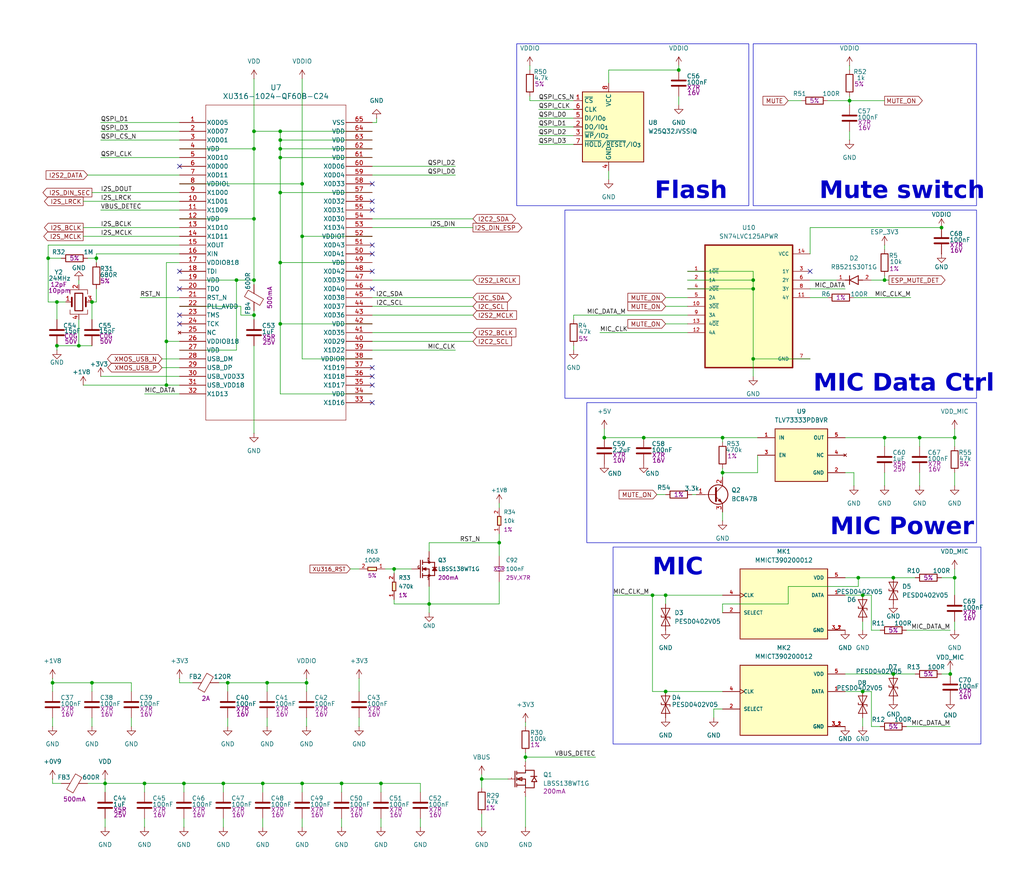
<source format=kicad_sch>
(kicad_sch (version 20250114) (generator "eeschema") (generator_version "9.0")
  (paper "User" 297 260)
  (title_block (title "Nest mini drop in PCB replacement") (rev "v1") (company "by iMike78 (inpired by Onju voice and HA VPE)"))
  (rectangle (start 177.8 158.75) (end 284.48 215.9))
  (rectangle (start 149.86 12.7) (end 217.17 59.69))
  (rectangle (start 170.18 116.84) (end 283.21 157.48))
  (rectangle (start 218.44 12.7) (end 283.21 59.69))
  (rectangle (start 163.83 60.96) (end 283.21 115.57))
  (text "Flash" (at 200.406 56.896 0) (effects (font (size 5 5) (bold yes))))
  (text "MIC" (at 196.596 166.116 0) (effects (font (size 5 5) (bold yes))))
  (text "Mute switch" (at 261.62 56.896 0) (effects (font (size 5 5) (bold yes))))
  (text "MIC Power\n" (at 261.62 154.432 0) (effects (font (size 5 5) (bold yes))))
  (text "MIC Data Ctrl" (at 262.128 112.776 0) (effects (font (size 5 5) (bold yes))))
  (junction (at 87.63 68.58))
  (junction (at 248.92 167.64))
  (junction (at 81.28 40.64))
  (junction (at 87.63 227.33))
  (junction (at 88.9 198.12))
  (junction (at 48.26 111.76))
  (junction (at 209.55 137.16))
  (junction (at 99.06 227.33))
  (junction (at 218.44 104.14))
  (junction (at 152.4 219.71))
  (junction (at 193.04 172.72))
  (junction (at 266.7 127))
  (junction (at 73.66 81.28))
  (junction (at 81.28 38.1))
  (junction (at 189.23 172.72))
  (junction (at 87.63 53.34))
  (junction (at 250.19 200.66))
  (junction (at 81.28 76.2))
  (junction (at 246.38 29.21))
  (junction (at 73.66 63.5))
  (junction (at 26.67 87.63))
  (junction (at 73.66 43.18))
  (junction (at 22.86 100.33))
  (junction (at 259.08 167.64))
  (junction (at 66.04 198.12))
  (junction (at 276.86 127))
  (junction (at 81.28 55.88))
  (junction (at 218.44 81.28))
  (junction (at 193.04 200.66))
  (junction (at 16.51 100.33))
  (junction (at 77.47 198.12))
  (junction (at 81.28 45.72))
  (junction (at 124.46 175.26))
  (junction (at 15.24 198.12))
  (junction (at 259.08 195.58))
  (junction (at 175.26 127))
  (junction (at 81.28 43.18))
  (junction (at 76.2 227.33))
  (junction (at 30.48 227.33))
  (junction (at 68.58 81.28))
  (junction (at 114.3 165.1))
  (junction (at 139.7 226.06))
  (junction (at 144.78 157.48))
  (junction (at 53.34 227.33))
  (junction (at 275.59 195.58))
  (junction (at 209.55 127))
  (junction (at 256.54 81.28))
  (junction (at 81.28 93.98))
  (junction (at 196.85 20.32))
  (junction (at 64.77 227.33))
  (junction (at 218.44 83.82))
  (junction (at 256.54 127))
  (junction (at 110.49 227.33))
  (junction (at 276.86 167.64))
  (junction (at 26.67 198.12))
  (junction (at 13.97 74.93))
  (junction (at 73.66 91.44))
  (junction (at 48.26 99.06))
  (junction (at 27.94 74.93))
  (junction (at 250.19 172.72))
  (junction (at 41.91 227.33))
  (junction (at 186.69 127))
  (junction (at 73.66 38.1))
  (junction (at 273.05 66.04))
  (junction (at 16.51 87.63))
  (no_connect (at 107.95 53.34))
  (no_connect (at 52.07 83.82))
  (no_connect (at 107.95 116.84))
  (no_connect (at 234.95 78.74))
  (no_connect (at 52.07 48.26))
  (no_connect (at 107.95 78.74))
  (no_connect (at 107.95 106.68))
  (no_connect (at 52.07 93.98))
  (no_connect (at 107.95 109.22))
  (no_connect (at 107.95 58.42))
  (no_connect (at 52.07 78.74))
  (no_connect (at 107.95 73.66))
  (no_connect (at 107.95 111.76))
  (no_connect (at 107.95 71.12))
  (no_connect (at 107.95 83.82))
  (no_connect (at 52.07 91.44))
  (no_connect (at 107.95 60.96))
  (wire (pts (xy 29.21 45.72) (xy 52.07 45.72)))
  (wire (pts (xy 107.95 76.2) (xy 81.28 76.2)))
  (wire (pts (xy 81.28 93.98) (xy 81.28 114.3)))
  (wire (pts (xy 156.21 34.29) (xy 166.37 34.29)))
  (wire (pts (xy 52.07 88.9) (xy 69.85 88.9)))
  (wire (pts (xy 193.04 172.72) (xy 193.04 175.26)))
  (wire (pts (xy 15.24 227.33) (xy 17.78 227.33)))
  (wire (pts (xy 109.22 34.29) (xy 109.22 35.56)))
  (wire (pts (xy 218.44 104.14) (xy 218.44 109.22)))
  (wire (pts (xy 199.39 78.74) (xy 218.44 78.74)))
  (wire (pts (xy 110.49 227.33) (xy 121.92 227.33)))
  (wire (pts (xy 88.9 208.28) (xy 88.9 210.82)))
  (wire (pts (xy 104.14 196.85) (xy 104.14 200.66)))
  (wire (pts (xy 26.67 87.63) (xy 26.67 92.71)))
  (wire (pts (xy 48.26 99.06) (xy 48.26 111.76)))
  (wire (pts (xy 104.14 208.28) (xy 104.14 210.82)))
  (wire (pts (xy 30.48 227.33) (xy 30.48 229.87)))
  (wire (pts (xy 262.89 210.82) (xy 275.59 210.82)))
  (wire (pts (xy 52.07 109.22) (xy 29.21 109.22)))
  (wire (pts (xy 248.92 170.18) (xy 248.92 167.64)))
  (wire (pts (xy 228.6 170.18) (xy 248.92 170.18)))
  (wire (pts (xy 26.67 55.88) (xy 52.07 55.88)))
  (wire (pts (xy 209.55 148.59) (xy 209.55 151.13)))
  (wire (pts (xy 64.77 227.33) (xy 64.77 229.87)))
  (wire (pts (xy 25.4 74.93) (xy 27.94 74.93)))
  (wire (pts (xy 209.55 175.26) (xy 228.6 175.26)))
  (wire (pts (xy 107.95 93.98) (xy 81.28 93.98)))
  (wire (pts (xy 87.63 104.14) (xy 107.95 104.14)))
  (wire (pts (xy 15.24 226.06) (xy 15.24 227.33)))
  (wire (pts (xy 252.73 81.28) (xy 256.54 81.28)))
  (wire (pts (xy 87.63 237.49) (xy 87.63 240.03)))
  (wire (pts (xy 266.7 137.16) (xy 266.7 140.97)))
  (wire (pts (xy 53.34 237.49) (xy 53.34 240.03)))
  (wire (pts (xy 76.2 237.49) (xy 76.2 240.03)))
  (wire (pts (xy 73.66 63.5) (xy 73.66 81.28)))
  (wire (pts (xy 209.55 177.8) (xy 209.55 175.26)))
  (wire (pts (xy 16.51 100.33) (xy 22.86 100.33)))
  (wire (pts (xy 87.63 68.58) (xy 87.63 104.14)))
  (wire (pts (xy 245.11 200.66) (xy 250.19 200.66)))
  (wire (pts (xy 52.07 73.66) (xy 27.94 73.66)))
  (wire (pts (xy 196.85 27.94) (xy 196.85 30.48)))
  (wire (pts (xy 88.9 196.85) (xy 88.9 198.12)))
  (wire (pts (xy 107.95 66.04) (xy 137.16 66.04)))
  (wire (pts (xy 186.69 127) (xy 209.55 127)))
  (wire (pts (xy 73.66 90.17) (xy 73.66 91.44)))
  (wire (pts (xy 256.54 127) (xy 266.7 127)))
  (wire (pts (xy 218.44 78.74) (xy 218.44 81.28)))
  (wire (pts (xy 29.21 38.1) (xy 52.07 38.1)))
  (wire (pts (xy 52.07 198.12) (xy 55.88 198.12)))
  (wire (pts (xy 207.01 208.28) (xy 207.01 205.74)))
  (wire (pts (xy 81.28 43.18) (xy 81.28 45.72)))
  (wire (pts (xy 53.34 227.33) (xy 64.77 227.33)))
  (wire (pts (xy 64.77 227.33) (xy 76.2 227.33)))
  (wire (pts (xy 114.3 165.1) (xy 119.38 165.1)))
  (wire (pts (xy 228.6 175.26) (xy 228.6 170.18)))
  (wire (pts (xy 52.07 43.18) (xy 73.66 43.18)))
  (wire (pts (xy 52.07 196.85) (xy 52.07 198.12)))
  (wire (pts (xy 107.95 114.3) (xy 81.28 114.3)))
  (wire (pts (xy 13.97 74.93) (xy 13.97 87.63)))
  (wire (pts (xy 77.47 208.28) (xy 77.47 210.82)))
  (wire (pts (xy 266.7 127) (xy 276.86 127)))
  (wire (pts (xy 276.86 124.46) (xy 276.86 127)))
  (wire (pts (xy 256.54 71.12) (xy 256.54 72.39)))
  (wire (pts (xy 114.3 175.26) (xy 124.46 175.26)))
  (wire (pts (xy 193.04 172.72) (xy 209.55 172.72)))
  (wire (pts (xy 107.95 88.9) (xy 137.16 88.9)))
  (wire (pts (xy 199.39 83.82) (xy 218.44 83.82)))
  (wire (pts (xy 107.95 101.6) (xy 132.08 101.6)))
  (wire (pts (xy 152.4 209.55) (xy 152.4 210.82)))
  (wire (pts (xy 46.99 106.68) (xy 52.07 106.68)))
  (wire (pts (xy 124.46 157.48) (xy 124.46 160.02)))
  (wire (pts (xy 87.63 68.58) (xy 107.95 68.58)))
  (wire (pts (xy 234.95 66.04) (xy 273.05 66.04)))
  (wire (pts (xy 144.78 157.48) (xy 124.46 157.48)))
  (wire (pts (xy 26.67 208.28) (xy 26.67 210.82)))
  (wire (pts (xy 218.44 83.82) (xy 218.44 104.14)))
  (wire (pts (xy 27.94 87.63) (xy 26.67 87.63)))
  (wire (pts (xy 175.26 127) (xy 186.69 127)))
  (wire (pts (xy 73.66 91.44) (xy 73.66 92.71)))
  (wire (pts (xy 27.94 74.93) (xy 27.94 76.2)))
  (wire (pts (xy 245.11 137.16) (xy 247.65 137.16)))
  (wire (pts (xy 234.95 73.66) (xy 234.95 66.04)))
  (wire (pts (xy 29.21 60.96) (xy 52.07 60.96)))
  (wire (pts (xy 81.28 40.64) (xy 81.28 43.18)))
  (wire (pts (xy 276.86 180.34) (xy 276.86 182.88)))
  (wire (pts (xy 69.85 91.44) (xy 73.66 91.44)))
  (wire (pts (xy 156.21 41.91) (xy 166.37 41.91)))
  (wire (pts (xy 193.04 86.36) (xy 199.39 86.36)))
  (wire (pts (xy 209.55 135.89) (xy 209.55 137.16)))
  (wire (pts (xy 73.66 81.28) (xy 73.66 82.55)))
  (wire (pts (xy 81.28 38.1) (xy 81.28 40.64)))
  (wire (pts (xy 81.28 55.88) (xy 81.28 76.2)))
  (wire (pts (xy 52.07 111.76) (xy 48.26 111.76)))
  (wire (pts (xy 29.21 40.64) (xy 52.07 40.64)))
  (wire (pts (xy 30.48 226.06) (xy 30.48 227.33)))
  (wire (pts (xy 41.91 237.49) (xy 41.91 240.03)))
  (wire (pts (xy 87.63 53.34) (xy 87.63 68.58)))
  (wire (pts (xy 139.7 224.79) (xy 139.7 226.06)))
  (wire (pts (xy 114.3 173.99) (xy 114.3 175.26)))
  (wire (pts (xy 26.67 198.12) (xy 26.67 200.66)))
  (wire (pts (xy 273.05 195.58) (xy 275.59 195.58)))
  (wire (pts (xy 209.55 137.16) (xy 209.55 138.43)))
  (wire (pts (xy 64.77 237.49) (xy 64.77 240.03)))
  (wire (pts (xy 153.67 29.21) (xy 166.37 29.21)))
  (wire (pts (xy 110.49 227.33) (xy 110.49 229.87)))
  (wire (pts (xy 99.06 227.33) (xy 110.49 227.33)))
  (wire (pts (xy 73.66 100.33) (xy 73.66 125.73)))
  (wire (pts (xy 190.5 143.51) (xy 193.04 143.51)))
  (wire (pts (xy 156.21 31.75) (xy 166.37 31.75)))
  (wire (pts (xy 245.11 195.58) (xy 259.08 195.58)))
  (wire (pts (xy 276.86 165.1) (xy 276.86 167.64)))
  (wire (pts (xy 48.26 111.76) (xy 24.13 111.76)))
  (wire (pts (xy 30.48 237.49) (xy 30.48 240.03)))
  (wire (pts (xy 22.86 100.33) (xy 26.67 100.33)))
  (wire (pts (xy 16.51 87.63) (xy 19.05 87.63)))
  (wire (pts (xy 40.64 86.36) (xy 52.07 86.36)))
  (wire (pts (xy 156.21 36.83) (xy 166.37 36.83)))
  (wire (pts (xy 121.92 237.49) (xy 121.92 240.03)))
  (wire (pts (xy 246.38 27.94) (xy 246.38 29.21)))
  (wire (pts (xy 63.5 198.12) (xy 66.04 198.12)))
  (wire (pts (xy 38.1 208.28) (xy 38.1 210.82)))
  (wire (pts (xy 266.7 127) (xy 266.7 129.54)))
  (wire (pts (xy 144.78 154.94) (xy 144.78 157.48)))
  (wire (pts (xy 73.66 43.18) (xy 73.66 63.5)))
  (wire (pts (xy 153.67 19.05) (xy 153.67 20.32)))
  (wire (pts (xy 68.58 81.28) (xy 73.66 81.28)))
  (wire (pts (xy 52.07 81.28) (xy 68.58 81.28)))
  (wire (pts (xy 276.86 167.64) (xy 276.86 172.72)))
  (wire (pts (xy 246.38 29.21) (xy 246.38 30.48)))
  (wire (pts (xy 52.07 63.5) (xy 73.66 63.5)))
  (wire (pts (xy 193.04 200.66) (xy 209.55 200.66)))
  (wire (pts (xy 175.26 124.46) (xy 175.26 127)))
  (wire (pts (xy 234.95 86.36) (xy 240.03 86.36)))
  (wire (pts (xy 110.49 237.49) (xy 110.49 240.03)))
  (wire (pts (xy 87.63 227.33) (xy 99.06 227.33)))
  (wire (pts (xy 16.51 100.33) (xy 16.51 101.6)))
  (wire (pts (xy 219.71 137.16) (xy 209.55 137.16)))
  (wire (pts (xy 275.59 194.31) (xy 275.59 195.58)))
  (wire (pts (xy 189.23 200.66) (xy 193.04 200.66)))
  (wire (pts (xy 24.13 58.42) (xy 52.07 58.42)))
  (wire (pts (xy 156.21 39.37) (xy 166.37 39.37)))
  (wire (pts (xy 152.4 219.71) (xy 152.4 220.98)))
  (wire (pts (xy 77.47 198.12) (xy 77.47 200.66)))
  (wire (pts (xy 13.97 74.93) (xy 17.78 74.93)))
  (wire (pts (xy 22.86 81.28) (xy 22.86 82.55)))
  (wire (pts (xy 52.07 71.12) (xy 13.97 71.12)))
  (wire (pts (xy 52.07 76.2) (xy 48.26 76.2)))
  (wire (pts (xy 255.27 182.88) (xy 252.73 182.88)))
  (wire (pts (xy 46.99 104.14) (xy 52.07 104.14)))
  (wire (pts (xy 111.76 165.1) (xy 114.3 165.1)))
  (wire (pts (xy 87.63 227.33) (xy 87.63 229.87)))
  (wire (pts (xy 30.48 227.33) (xy 41.91 227.33)))
  (wire (pts (xy 152.4 231.14) (xy 152.4 240.03)))
  (wire (pts (xy 166.37 100.33) (xy 166.37 101.6)))
  (wire (pts (xy 262.89 182.88) (xy 275.59 182.88)))
  (wire (pts (xy 81.28 45.72) (xy 107.95 45.72)))
  (wire (pts (xy 196.85 19.05) (xy 196.85 20.32)))
  (wire (pts (xy 81.28 40.64) (xy 107.95 40.64)))
  (wire (pts (xy 273.05 167.64) (xy 276.86 167.64)))
  (wire (pts (xy 252.73 210.82) (xy 252.73 200.66)))
  (wire (pts (xy 53.34 227.33) (xy 53.34 229.87)))
  (wire (pts (xy 107.95 91.44) (xy 137.16 91.44)))
  (wire (pts (xy 218.44 81.28) (xy 218.44 83.82)))
  (wire (pts (xy 66.04 198.12) (xy 66.04 200.66)))
  (wire (pts (xy 121.92 227.33) (xy 121.92 229.87)))
  (wire (pts (xy 25.4 50.8) (xy 52.07 50.8)))
  (wire (pts (xy 189.23 172.72) (xy 193.04 172.72)))
  (wire (pts (xy 166.37 92.71) (xy 166.37 91.44)))
  (wire (pts (xy 52.07 101.6) (xy 68.58 101.6)))
  (wire (pts (xy 234.95 83.82) (xy 245.11 83.82)))
  (wire (pts (xy 248.92 167.64) (xy 259.08 167.64)))
  (wire (pts (xy 107.95 55.88) (xy 81.28 55.88)))
  (wire (pts (xy 73.66 22.86) (xy 73.66 38.1)))
  (wire (pts (xy 76.2 227.33) (xy 76.2 229.87)))
  (wire (pts (xy 246.38 29.21) (xy 256.54 29.21)))
  (wire (pts (xy 259.08 195.58) (xy 265.43 195.58)))
  (wire (pts (xy 252.73 172.72) (xy 250.19 172.72)))
  (wire (pts (xy 99.06 227.33) (xy 99.06 229.87)))
  (wire (pts (xy 107.95 50.8) (xy 132.08 50.8)))
  (wire (pts (xy 245.11 127) (xy 256.54 127)))
  (wire (pts (xy 139.7 226.06) (xy 139.7 228.6)))
  (wire (pts (xy 250.19 210.82) (xy 250.19 208.28)))
  (wire (pts (xy 240.03 29.21) (xy 246.38 29.21)))
  (wire (pts (xy 276.86 127) (xy 276.86 129.54)))
  (wire (pts (xy 114.3 165.1) (xy 114.3 166.37)))
  (wire (pts (xy 209.55 127) (xy 209.55 128.27)))
  (wire (pts (xy 107.95 81.28) (xy 137.16 81.28)))
  (wire (pts (xy 252.73 182.88) (xy 252.73 172.72)))
  (wire (pts (xy 218.44 104.14) (xy 234.95 104.14)))
  (wire (pts (xy 81.28 43.18) (xy 107.95 43.18)))
  (wire (pts (xy 41.91 227.33) (xy 53.34 227.33)))
  (wire (pts (xy 41.91 114.3) (xy 52.07 114.3)))
  (wire (pts (xy 107.95 48.26) (xy 132.08 48.26)))
  (wire (pts (xy 29.21 35.56) (xy 52.07 35.56)))
  (wire (pts (xy 173.99 96.52) (xy 199.39 96.52)))
  (wire (pts (xy 144.78 146.05) (xy 144.78 147.32)))
  (wire (pts (xy 24.13 68.58) (xy 52.07 68.58)))
  (wire (pts (xy 166.37 91.44) (xy 199.39 91.44)))
  (wire (pts (xy 101.6 165.1) (xy 104.14 165.1)))
  (wire (pts (xy 22.86 92.71) (xy 22.86 100.33)))
  (wire (pts (xy 124.46 175.26) (xy 124.46 177.8)))
  (wire (pts (xy 176.53 49.53) (xy 176.53 52.07)))
  (wire (pts (xy 15.24 208.28) (xy 15.24 210.82)))
  (wire (pts (xy 124.46 175.26) (xy 144.78 175.26)))
  (wire (pts (xy 48.26 76.2) (xy 48.26 99.06)))
  (wire (pts (xy 76.2 227.33) (xy 87.63 227.33)))
  (wire (pts (xy 66.04 198.12) (xy 77.47 198.12)))
  (wire (pts (xy 207.01 205.74) (xy 209.55 205.74)))
  (wire (pts (xy 26.67 198.12) (xy 15.24 198.12)))
  (wire (pts (xy 246.38 19.05) (xy 246.38 20.32)))
  (wire (pts (xy 107.95 96.52) (xy 137.16 96.52)))
  (wire (pts (xy 196.85 20.32) (xy 176.53 20.32)))
  (wire (pts (xy 177.8 172.72) (xy 189.23 172.72)))
  (wire (pts (xy 276.86 137.16) (xy 276.86 140.97)))
  (wire (pts (xy 189.23 200.66) (xy 189.23 172.72)))
  (wire (pts (xy 139.7 236.22) (xy 139.7 240.03)))
  (wire (pts (xy 234.95 81.28) (xy 242.57 81.28)))
  (wire (pts (xy 219.71 132.08) (xy 219.71 137.16)))
  (wire (pts (xy 68.58 101.6) (xy 68.58 81.28)))
  (wire (pts (xy 176.53 20.32) (xy 176.53 24.13)))
  (wire (pts (xy 52.07 53.34) (xy 87.63 53.34)))
  (wire (pts (xy 41.91 227.33) (xy 41.91 229.87)))
  (wire (pts (xy 24.13 66.04) (xy 52.07 66.04)))
  (wire (pts (xy 252.73 200.66) (xy 250.19 200.66)))
  (wire (pts (xy 16.51 87.63) (xy 16.51 92.71)))
  (wire (pts (xy 256.54 137.16) (xy 256.54 140.97)))
  (wire (pts (xy 247.65 137.16) (xy 247.65 140.97)))
  (wire (pts (xy 38.1 200.66) (xy 38.1 198.12)))
  (wire (pts (xy 246.38 38.1) (xy 246.38 40.64)))
  (wire (pts (xy 152.4 219.71) (xy 172.72 219.71)))
  (wire (pts (xy 15.24 198.12) (xy 15.24 200.66)))
  (wire (pts (xy 25.4 227.33) (xy 30.48 227.33)))
  (wire (pts (xy 256.54 127) (xy 256.54 129.54)))
  (wire (pts (xy 38.1 198.12) (xy 26.67 198.12)))
  (wire (pts (xy 200.66 143.51) (xy 201.93 143.51)))
  (wire (pts (xy 81.28 76.2) (xy 81.28 93.98)))
  (wire (pts (xy 15.24 196.85) (xy 15.24 198.12)))
  (wire (pts (xy 27.94 73.66) (xy 27.94 74.93)))
  (wire (pts (xy 124.46 170.18) (xy 124.46 175.26)))
  (wire (pts (xy 73.66 38.1) (xy 81.28 38.1)))
  (wire (pts (xy 107.95 38.1) (xy 81.28 38.1)))
  (wire (pts (xy 256.54 80.01) (xy 256.54 81.28)))
  (wire (pts (xy 52.07 99.06) (xy 48.26 99.06)))
  (wire (pts (xy 144.78 157.48) (xy 144.78 161.29)))
  (wire (pts (xy 152.4 218.44) (xy 152.4 219.71)))
  (wire (pts (xy 193.04 93.98) (xy 199.39 93.98)))
  (wire (pts (xy 209.55 127) (xy 219.71 127)))
  (wire (pts (xy 245.11 172.72) (xy 250.19 172.72)))
  (wire (pts (xy 245.11 167.64) (xy 248.92 167.64)))
  (wire (pts (xy 107.95 86.36) (xy 137.16 86.36)))
  (wire (pts (xy 87.63 22.86) (xy 87.63 53.34)))
  (wire (pts (xy 139.7 226.06) (xy 147.32 226.06)))
  (wire (pts (xy 88.9 198.12) (xy 88.9 200.66)))
  (wire (pts (xy 69.85 88.9) (xy 69.85 91.44)))
  (wire (pts (xy 228.6 29.21) (xy 232.41 29.21)))
  (wire (pts (xy 193.04 88.9) (xy 199.39 88.9)))
  (wire (pts (xy 73.66 38.1) (xy 73.66 43.18)))
  (wire (pts (xy 255.27 210.82) (xy 252.73 210.82)))
  (wire (pts (xy 247.65 86.36) (xy 264.16 86.36)))
  (wire (pts (xy 144.78 168.91) (xy 144.78 175.26)))
  (wire (pts (xy 259.08 167.64) (xy 265.43 167.64)))
  (wire (pts (xy 107.95 63.5) (xy 137.16 63.5)))
  (wire (pts (xy 13.97 87.63) (xy 16.51 87.63)))
  (wire (pts (xy 77.47 198.12) (xy 88.9 198.12)))
  (wire (pts (xy 66.04 208.28) (xy 66.04 210.82)))
  (wire (pts (xy 107.95 99.06) (xy 137.16 99.06)))
  (wire (pts (xy 109.22 35.56) (xy 107.95 35.56)))
  (wire (pts (xy 27.94 83.82) (xy 27.94 87.63)))
  (wire (pts (xy 153.67 27.94) (xy 153.67 29.21)))
  (wire (pts (xy 199.39 81.28) (xy 218.44 81.28)))
  (wire (pts (xy 81.28 45.72) (xy 81.28 55.88)))
  (wire (pts (xy 99.06 237.49) (xy 99.06 240.03)))
  (wire (pts (xy 13.97 71.12) (xy 13.97 74.93)))
  (wire (pts (xy 256.54 81.28) (xy 257.81 81.28)))
  (wire (pts (xy 250.19 182.88) (xy 250.19 180.34)))
  (label "QSPI_D0" (at 132.08 50.8 180))
  (label "I2S_DOUT" (at 29.21 55.88 0))
  (label "VBUS_DETEC" (at 29.21 60.96 0))
  (label "I2S_MCLK" (at 29.21 68.58 0))
  (label "QSPI_D1" (at 156.21 36.83 0))
  (label "MIC_DATA_M" (at 170.18 91.44 0))
  (label "MIC_DATA_M" (at 275.59 182.88 180))
  (label "I2S_BCLK" (at 29.21 66.04 0))
  (label "RST_N" (at 40.64 86.36 0))
  (label "QSPI_CLK" (at 156.21 31.75 0))
  (label "QSPI_CLK" (at 29.21 45.72 0))
  (label "MIC_CLK_M" (at 264.16 86.36 180))
  (label "MIC_CLK" (at 132.08 101.6 180))
  (label "QSPI_D2" (at 156.21 39.37 0))
  (label "QSPI_CS_N" (at 156.21 29.21 0))
  (label "QSPI_D2" (at 132.08 48.26 180))
  (label "MIC_CLK_M" (at 177.8 172.72 0))
  (label "QSPI_CS_N" (at 29.21 40.64 0))
  (label "I2C_SDA" (at 116.84 86.36 180))
  (label "MIC_DATA_M" (at 275.59 210.82 180))
  (label "MIC_CLK" (at 173.99 96.52 0))
  (label "MIC_DATA" (at 41.91 114.3 0))
  (label "I2C_SCL" (at 116.84 88.9 180))
  (label "MIC_DATA" (at 245.11 83.82 180))
  (label "RST_N" (at 133.35 157.48 0))
  (label "QSPI_D1" (at 29.21 35.56 0))
  (label "QSPI_D3" (at 156.21 41.91 0))
  (label "QSPI_D0" (at 156.21 34.29 0))
  (label "VBUS_DETEC" (at 172.72 219.71 180))
  (label "QSPI_D3" (at 29.21 38.1 0))
  (label "I2S_LRCK" (at 29.21 58.42 0))
  (label "I2S_DIN" (at 132.08 66.04 180))
  (global_label "I2S2_BCLK" (shape input) (at 137.16 96.52 0) (property "Intersheetrefs" "${INTERSHEET_REFS}" (effects (hide yes))))
  (global_label "ESP_MUTE_DET" (shape output) (at 257.81 81.28 0) (property "Intersheetrefs" "${INTERSHEET_REFS}" (effects (hide yes))))
  (global_label "MUTE_ON" (shape input) (at 190.5 143.51 180) (property "Intersheetrefs" "${INTERSHEET_REFS}" (effects (hide yes))))
  (global_label "MUTE_ON" (shape input) (at 193.04 93.98 180) (property "Intersheetrefs" "${INTERSHEET_REFS}" (effects (hide yes))))
  (global_label "MUTE_ON" (shape output) (at 256.54 29.21 0) (property "Intersheetrefs" "${INTERSHEET_REFS}" (effects (hide yes))))
  (global_label "I2S_DIN_SEC" (shape output) (at 26.67 55.88 180) (property "Intersheetrefs" "${INTERSHEET_REFS}" (effects (hide yes))))
  (global_label "I2C_SCL" (shape input) (at 137.16 88.9 0) (property "Intersheetrefs" "${INTERSHEET_REFS}" (effects (hide yes))))
  (global_label "MUTE_ON" (shape input) (at 193.04 88.9 180) (property "Intersheetrefs" "${INTERSHEET_REFS}" (effects (hide yes))))
  (global_label "I2C2_SCL" (shape input) (at 137.16 99.06 0) (property "Intersheetrefs" "${INTERSHEET_REFS}" (effects (hide yes))))
  (global_label "I2S_DIN_ESP" (shape output) (at 137.16 66.04 0) (property "Intersheetrefs" "${INTERSHEET_REFS}" (effects (hide yes))))
  (global_label "I2S2_LRCLK" (shape input) (at 137.16 81.28 0) (property "Intersheetrefs" "${INTERSHEET_REFS}" (effects (hide yes))))
  (global_label "I2C_SDA" (shape bidirectional) (at 137.16 86.36 0) (property "Intersheetrefs" "${INTERSHEET_REFS}" (effects (hide yes))))
  (global_label "MUTE_ON" (shape input) (at 193.04 86.36 180) (property "Intersheetrefs" "${INTERSHEET_REFS}" (effects (hide yes))))
  (global_label "I2S2_DATA" (shape input) (at 25.4 50.8 180) (property "Intersheetrefs" "${INTERSHEET_REFS}" (effects (hide yes))))
  (global_label "I2C2_SDA" (shape bidirectional) (at 137.16 63.5 0) (property "Intersheetrefs" "${INTERSHEET_REFS}" (effects (hide yes))))
  (global_label "MUTE" (shape input) (at 228.6 29.21 180) (property "Intersheetrefs" "${INTERSHEET_REFS}" (effects (hide yes))))
  (global_label "I2S_LRCK" (shape output) (at 24.13 58.42 180) (property "Intersheetrefs" "${INTERSHEET_REFS}" (effects (hide yes))))
  (global_label "XMOS_USB_P" (shape bidirectional) (at 46.99 106.68 180) (property "Intersheetrefs" "${INTERSHEET_REFS}" (effects (hide yes))))
  (global_label "I2S_MCLK" (shape output) (at 24.13 68.58 180) (property "Intersheetrefs" "${INTERSHEET_REFS}" (effects (hide yes))))
  (global_label "XU316_RST" (shape input) (at 101.6 165.1 180) (effects (font (size 1.143 1.143))) (property "Intersheetrefs" "${INTERSHEET_REFS}" (effects (hide yes))))
  (global_label "I2S_BCLK" (shape output) (at 24.13 66.04 180) (property "Intersheetrefs" "${INTERSHEET_REFS}" (effects (hide yes))))
  (global_label "XMOS_USB_N" (shape bidirectional) (at 46.99 104.14 180) (property "Intersheetrefs" "${INTERSHEET_REFS}" (effects (hide yes))))
  (global_label "I2S2_MCLK" (shape input) (at 137.16 91.44 0) (property "Intersheetrefs" "${INTERSHEET_REFS}" (effects (hide yes))))
  (symbol (lib_id "Seeed_libadl:Resistors/301010047") (at 144.78 151.13 90) (unit 1)
    (property "Reference" "R34" (at 146.05 148.59 90) (effects (font (size 1.143 1.143)) (justify right)))
    (property "Value" "10k" (at 146.05 151.13 90) (effects (font (size 1.143 1.143)) (justify right)))
    (property "Footprint" "Resistor_SMD:R_0402_1005Metric" (effects (hide yes)))
    (property "Description" "SMD RES 10K-1%-1/16W;0402" (effects (hide yes)))
    (property "Manufacturer" "UNI-ROYAL(Uniroyal Elec)" (effects (hide yes)))
    (property "MPN" "RC0402FR-0710KL" (effects (hide yes)))
    (property "SKU" "301010047" (effects (hide yes)))
    (property "Resistance" "10K" (effects (hide yes)))
    (property "Part Type" "RES" (effects (hide yes)))
    (property "Power Rating" "1%" (at 146.05 153.67 90) (effects (font (size 1.143 1.143)) (justify right)))
    (property "Status" "BeagleBone Carrier Board" (effects (hide yes)))
    (property "Temperature" "-55°C to 155°C" (effects (hide yes)))
    (property "Manufacturer Part" "0402WGF1002TCE" (effects (hide yes)))
    (property "Supplier Part" "C25744" (effects (hide yes)))
    (property "Function" "XMOS" (effects (hide yes)))
    (property "LCSC Part #" "C25744" (effects (hide yes)))
  )
  (symbol (lib_id "Device:C") (at 186.69 130.81 0) (unit 1)
    (property "Reference" "C58" (at 188.976 128.778 0) (effects (justify left)))
    (property "Value" "100nF" (at 188.976 130.556 0) (effects (justify left)))
    (property "Footprint" "Capacitor_SMD:C_0402_1005Metric" (effects (hide yes)))
    (property "Description" "Unpolarized capacitor" (effects (hide yes)))
    (property "Dielectric" "X7R" (at 191.008 132.08 0))
    (property "Voltage" "16V" (at 191.008 133.604 0))
    (property "Function" "MIC" (effects (hide yes)))
    (property "Supplier Part" "C1525" (effects (hide yes)))
    (property "Manufacturer" "Samsung Electro-Mechanics" (effects (hide yes)))
    (property "Manufacturer Part" "CL05B104KO5NNNC" (effects (hide yes)))
    (property "LCSC Part #" "C1525" (effects (hide yes)))
  )
  (symbol (lib_id "power:GND") (at 275.59 203.2 0) (unit 1)
    (property "Reference" "#PWR0137" (effects (hide yes)))
    (property "Value" "GND" (at 275.59 207.518 0))
    (property "Description" "Power symbol creates a global label with name \"GND\" , ground" (effects (hide yes)))
  )
  (symbol (lib_id "New_Library:VDD_MIC") (at 276.86 124.46 0) (unit 1)
    (property "Reference" "#PWR0115" (effects (hide yes)))
    (property "Value" "VDD_MIC" (at 276.86 119.38 0))
    (property "Description" "Power symbol creates a global label with name \"+3.3V\"" (effects (hide yes)))
  )
  (symbol (lib_id "New_Library:ESP_3V3") (at 256.54 71.12 0) (unit 1)
    (property "Reference" "#PWR0122" (effects (hide yes)))
    (property "Value" "ESP_3V3" (at 256.54 67.31 0))
    (property "Description" "Power symbol creates a global label with name \"+3.3V\"" (effects (hide yes)))
  )
  (symbol (lib_id "Device:FerriteBead") (at 21.59 227.33 90) (unit 1)
    (property "Reference" "FB3" (at 18.542 225.552 90))
    (property "Value" "600R" (at 26.416 225.552 90))
    (property "Footprint" "Onju:BLM18PG121SN1D" (effects (hide yes)))
    (property "Description" "Ferrite bead, 600Ω @ 100MHz, 500mA" (effects (hide yes)))
    (property "Function" "XMOS" (effects (hide yes)))
    (property "Current" "500mA" (at 21.59 231.902 90))
    (property "Part number" "BLM18KG601SN1D" (effects (hide yes)))
    (property "Manufacturer" "Murata" (effects (hide yes)))
    (property "Supplier Part" "C85833" (effects (hide yes)))
    (property "MANUFACTURER" "Murata Electronics" (effects (hide yes)))
    (property "MP" "BLM18KG601SN1D" (effects (hide yes)))
    (property "Manufacturer Part" "BLM18KG601SN1D" (effects (hide yes)))
    (property "LCSC Part #" "C85833" (effects (hide yes)))
  )
  (symbol (lib_id "Device:C") (at 41.91 233.68 0) (unit 1)
    (property "Reference" "C45" (at 44.196 231.648 0) (effects (justify left)))
    (property "Value" "100nF" (at 44.196 233.426 0) (effects (justify left)))
    (property "Footprint" "Capacitor_SMD:C_0402_1005Metric" (effects (hide yes)))
    (property "Description" "Unpolarized capacitor" (effects (hide yes)))
    (property "Dielectric" "X7R" (at 46.228 234.95 0))
    (property "Voltage" "16V" (at 46.228 236.474 0))
    (property "Function" "XMOS" (effects (hide yes)))
    (property "Supplier Part" "C1525" (effects (hide yes)))
    (property "Manufacturer" "Samsung Electro-Mechanics" (effects (hide yes)))
    (property "Manufacturer Part" "CL05B104KO5NNNC" (effects (hide yes)))
    (property "LCSC Part #" "C1525" (effects (hide yes)))
  )
  (symbol (lib_id "Device:C") (at 266.7 133.35 0) (unit 1)
    (property "Reference" "C67" (at 268.986 131.318 0) (effects (justify left)))
    (property "Value" "100nF" (at 268.986 133.096 0) (effects (justify left)))
    (property "Footprint" "Capacitor_SMD:C_0402_1005Metric" (effects (hide yes)))
    (property "Description" "Unpolarized capacitor" (effects (hide yes)))
    (property "Dielectric" "X7R" (at 271.018 134.62 0))
    (property "Voltage" "16V" (at 271.018 136.144 0))
    (property "Function" "MIC" (effects (hide yes)))
    (property "Supplier Part" "C1525" (effects (hide yes)))
    (property "Manufacturer" "Samsung Electro-Mechanics" (effects (hide yes)))
    (property "Manufacturer Part" "CL05B104KO5NNNC" (effects (hide yes)))
    (property "LCSC Part #" "C1525" (effects (hide yes)))
  )
  (symbol (lib_id "power:GND") (at 77.47 210.82 0) (unit 1)
    (property "Reference" "#PWR080" (effects (hide yes)))
    (property "Value" "GND" (at 77.47 215.9 0))
    (property "Description" "Power symbol creates a global label with name \"GND\" , ground" (effects (hide yes)))
  )
  (symbol (lib_id "Device:C") (at 175.26 130.81 0) (unit 1)
    (property "Reference" "C59" (at 177.546 128.778 0) (effects (justify left)))
    (property "Value" "2.2uF" (at 177.546 130.556 0) (effects (justify left)))
    (property "Footprint" "Capacitor_SMD:C_0603_1608Metric" (effects (hide yes)))
    (property "Description" "Unpolarized capacitor" (effects (hide yes)))
    (property "Dielectric" "X7R" (at 179.578 132.08 0))
    (property "Voltage" "10V" (at 179.578 133.604 0))
    (property "Function" "MIC" (effects (hide yes)))
    (property "Supplier Part" "C86018" (effects (hide yes)))
    (property "Manufacturer" "Murata Electronics" (effects (hide yes)))
    (property "Manufacturer Part" "GRM188R71A225KE15D" (effects (hide yes)))
    (property "LCSC Part #" "C86018" (effects (hide yes)))
  )
  (symbol (lib_id "Device:R") (at 139.7 232.41 0) (unit 1)
    (property "Reference" "R29" (at 140.97 230.886 0) (effects (justify left)))
    (property "Value" "47k" (at 140.97 232.664 0) (effects (justify left)))
    (property "Footprint" "Resistor_SMD:R_0402_1005Metric" (effects (hide yes)))
    (property "Description" "Resistor" (effects (hide yes)))
    (property "Tolerance" "1%" (at 142.24 234.442 0))
    (property "Function" "XMOS" (effects (hide yes)))
    (property "Supplier Part" "C25792" (effects (hide yes)))
    (property "Manufacturer" "UNI-ROYAL(Uniroyal Elec)" (effects (hide yes)))
    (property "Manufacturer Part" "0402WGF4702TCE" (effects (hide yes)))
    (property "LCSC Part #" "C25792" (effects (hide yes)))
  )
  (symbol (lib_id "power:GND") (at 104.14 210.82 0) (unit 1)
    (property "Reference" "#PWR083" (effects (hide yes)))
    (property "Value" "GND" (at 104.14 215.9 0))
    (property "Description" "Power symbol creates a global label with name \"GND\" , ground" (effects (hide yes)))
  )
  (symbol (lib_id "power:GND") (at 256.54 140.97 0) (unit 1)
    (property "Reference" "#PWR0116" (effects (hide yes)))
    (property "Value" "GND" (at 256.54 146.05 0))
    (property "Description" "Power symbol creates a global label with name \"GND\" , ground" (effects (hide yes)))
  )
  (symbol (lib_id "power:GND") (at 276.86 182.88 0) (unit 1)
    (property "Reference" "#PWR0135" (effects (hide yes)))
    (property "Value" "GND" (at 276.86 187.96 0))
    (property "Description" "Power symbol creates a global label with name \"GND\" , ground" (effects (hide yes)))
  )
  (symbol (lib_id "power:GND") (at 247.65 140.97 0) (unit 1)
    (property "Reference" "#PWR0119" (effects (hide yes)))
    (property "Value" "GND" (at 247.65 146.05 0))
    (property "Description" "Power symbol creates a global label with name \"GND\" , ground" (effects (hide yes)))
  )
  (symbol (lib_id "power:GND") (at 186.69 134.62 0) (unit 1)
    (property "Reference" "#PWR0113" (effects (hide yes)))
    (property "Value" "GND" (at 189.23 137.414 0))
    (property "Description" "Power symbol creates a global label with name \"GND\" , ground" (effects (hide yes)))
  )
  (symbol (lib_id "Device:R") (at 21.59 74.93 90) (unit 1)
    (property "Reference" "R32" (at 17.018 73.152 90))
    (property "Value" "1M" (at 25.654 73.152 90))
    (property "Footprint" "Resistor_SMD:R_0402_1005Metric" (effects (hide yes)))
    (property "Description" "Resistor" (effects (hide yes)))
    (property "Tolerance" "5%" (at 21.59 74.93 90))
    (property "Function" "XMOS" (effects (hide yes)))
    (property "Supplier Part" "C26083" (effects (hide yes)))
    (property "Manufacturer" "UNI-ROYAL(Uniroyal Elec)" (effects (hide yes)))
    (property "Manufacturer Part" "0402WGF1004TCE" (effects (hide yes)))
    (property "LCSC Part #" "C26083" (effects (hide yes)))
  )
  (symbol (lib_id "power:GND") (at 246.38 40.64 0) (unit 1)
    (property "Reference" "#PWR0110" (effects (hide yes)))
    (property "Value" "GND" (at 246.38 45.72 0))
    (property "Description" "Power symbol creates a global label with name \"GND\" , ground" (effects (hide yes)))
  )
  (symbol (lib_id "power:GND") (at 250.19 182.88 0) (unit 1)
    (property "Reference" "#PWR0130" (effects (hide yes)))
    (property "Value" "GND" (at 250.19 187.96 0))
    (property "Description" "Power symbol creates a global label with name \"GND\" , ground" (effects (hide yes)))
  )
  (symbol (lib_id "power:+3V3") (at 29.21 109.22 0) (unit 1)
    (property "Reference" "#PWR071" (effects (hide yes)))
    (property "Value" "+3V3" (at 28.702 105.664 0))
    (property "Description" "Power symbol creates a global label with name \"+3V3\"" (effects (hide yes)))
  )
  (symbol (lib_id "power:GND") (at 99.06 240.03 0) (unit 1)
    (property "Reference" "#PWR092" (effects (hide yes)))
    (property "Value" "GND" (at 99.06 245.11 0))
    (property "Description" "Power symbol creates a global label with name \"GND\" , ground" (effects (hide yes)))
  )
  (symbol (lib_id "Device:C") (at 275.59 199.39 0) (unit 1)
    (property "Reference" "C70" (at 277.876 197.358 0) (effects (justify left)))
    (property "Value" "100nF" (at 277.876 199.136 0) (effects (justify left)))
    (property "Footprint" "Capacitor_SMD:C_0402_1005Metric" (effects (hide yes)))
    (property "Description" "Unpolarized capacitor" (effects (hide yes)))
    (property "Dielectric" "X7R" (at 279.908 200.66 0))
    (property "Voltage" "16V" (at 279.908 202.184 0))
    (property "Function" "MIC" (effects (hide yes)))
    (property "Supplier Part" "C1525" (effects (hide yes)))
    (property "Manufacturer" "Samsung Electro-Mechanics" (effects (hide yes)))
    (property "Manufacturer Part" "CL05B104KO5NNNC" (effects (hide yes)))
    (property "LCSC Part #" "C1525" (effects (hide yes)))
  )
  (symbol (lib_id "Device:C") (at 73.66 96.52 0) (unit 1)
    (property "Reference" "C53" (at 75.946 94.488 0) (effects (justify left)))
    (property "Value" "1uF" (at 75.946 96.266 0) (effects (justify left)))
    (property "Footprint" "Capacitor_SMD:C_0402_1005Metric" (effects (hide yes)))
    (property "Description" "Unpolarized capacitor" (effects (hide yes)))
    (property "Dielectric" "X5R" (at 77.978 97.79 0))
    (property "Voltage" "25V" (at 77.978 99.314 0))
    (property "Function" "XMOS" (effects (hide yes)))
    (property "Supplier Part" "C52923" (effects (hide yes)))
    (property "Manufacturer" "Samsung Electro-Mechanics" (effects (hide yes)))
    (property "Manufacturer Part" "CL05A105KA5NQNC" (effects (hide yes)))
    (property "LCSC Part #" "C52923" (effects (hide yes)))
  )
  (symbol (lib_id "power:GND") (at 218.44 109.22 0) (unit 1)
    (property "Reference" "#PWR0120" (effects (hide yes)))
    (property "Value" "GND" (at 218.44 114.3 0))
    (property "Description" "Power symbol creates a global label with name \"GND\" , ground" (effects (hide yes)))
  )
  (symbol (lib_id "power:GND") (at 139.7 240.03 0) (unit 1)
    (property "Reference" "#PWR096" (effects (hide yes)))
    (property "Value" "GND" (at 139.7 245.11 0))
    (property "Description" "Power symbol creates a global label with name \"GND\" , ground" (effects (hide yes)))
  )
  (symbol (lib_id "Device:C") (at 16.51 96.52 0) (unit 1)
    (property "Reference" "C54" (at 18.288 94.488 0) (effects (justify left)))
    (property "Value" "15pF" (at 18.542 96.012 0) (effects (justify left)))
    (property "Footprint" "Capacitor_SMD:C_0402_1005Metric" (effects (hide yes)))
    (property "Description" "Unpolarized capacitor" (effects (hide yes)))
    (property "Dielectric" "C0G" (at 20.574 97.536 0))
    (property "Voltage" "50V" (at 20.574 99.06 0))
    (property "Function" "XMOS" (effects (hide yes)))
    (property "Supplier Part" "C1548" (effects (hide yes)))
    (property "Manufacturer" "FH (Guangdong Fenghua Advanced Tech)" (effects (hide yes)))
    (property "Manufacturer Part" "0402CG150J500NT" (effects (hide yes)))
    (property "LCSC Part #" "C1548" (effects (hide yes)))
  )
  (symbol (lib_id "Device:R") (at 246.38 24.13 180) (unit 1)
    (property "Reference" "R52" (at 249.428 20.828 0))
    (property "Value" "1k" (at 249.682 22.606 0))
    (property "Footprint" "Resistor_SMD:R_0402_1005Metric" (effects (hide yes)))
    (property "Description" "Resistor" (effects (hide yes)))
    (property "Tolerance" "5%" (at 249.174 24.384 0))
    (property "Function" "XMOS" (effects (hide yes)))
    (property "Supplier Part" "C11702" (effects (hide yes)))
    (property "Manufacturer" "UNI-ROYAL(Uniroyal Elec)" (effects (hide yes)))
    (property "Manufacturer Part" "0402WGF1001TCE" (effects (hide yes)))
    (property "LCSC Part #" "C11702" (effects (hide yes)))
  )
  (symbol (lib_id "New_Library:VDDIO") (at 246.38 19.05 0) (unit 1)
    (property "Reference" "#PWR0109" (effects (hide yes)))
    (property "Value" "VDDIO" (at 246.38 13.97 0))
    (property "Description" "Power symbol creates a global label with name \"+3.3V\"" (effects (hide yes)))
  )
  (symbol (lib_id "Memory_Flash:W25Q128JVS") (at 176.53 36.83 0) (unit 1)
    (property "Reference" "U8" (at 187.96 35.5599 0) (effects (justify left)))
    (property "Value" "W25Q32JVSSIQ" (at 187.96 38.0999 0) (effects (justify left)))
    (property "Footprint" "Package_SO:SOIC-8_5.3x5.3mm_P1.27mm" (effects (hide yes)))
    (property "Description" "32Mbit / 4MiB Serial Flash Memory, Standard/Dual/Quad SPI, 2.7-3.6V, SOIC-8" (effects (hide yes)))
    (property "Function" "XMOS" (effects (hide yes)))
  )
  (symbol (lib_id "Seeed_libadl:Capacitors/302010024") (at 144.78 165.1 0) (unit 1)
    (property "Reference" "C92" (at 146.685 162.56 0) (effects (font (size 1.143 1.143)) (justify left)))
    (property "Value" "100nF" (at 146.685 165.1 0) (effects (font (size 1.143 1.143)) (justify left)))
    (property "Footprint" "Capacitor_SMD:C_0402_1005Metric" (effects (hide yes)))
    (property "Description" "SMD CAP Ceramic 100nF-25V-10%-X7R;0402" (effects (hide yes)))
    (property "Manufacturer" "YAGEO" (effects (hide yes)))
    (property "MPN" "CC0402KRX7R8BB104" (effects (hide yes)))
    (property "SKU" "302010024" (effects (hide yes)))
    (property "Dielectric" "X5R" (at 144.78 165.1 0) (effects (font (size 1.143 1.143))))
    (property "Part Type" "Ceramic" (effects (hide yes)))
    (property "Voltage Rating" "25V,X7R" (at 146.685 167.64 0) (effects (font (size 1.143 1.143)) (justify left)))
    (property "Status" "BeagleBone Carrier Board" (effects (hide yes)))
    (property "Temperature" "-55°C to 125°C" (effects (hide yes)))
    (property "Supplier Part" "C1525" (effects (hide yes)))
    (property "LCSC Part #" "C1525" (effects (hide yes)))
  )
  (symbol (lib_id "Device:Crystal_GND24") (at 22.86 87.63 0) (unit 1)
    (property "Reference" "Y2" (at 17.018 78.994 0))
    (property "Value" "24MHz" (at 17.272 80.772 0))
    (property "Footprint" "Crystal:Crystal_SMD_3225-4Pin_3.2x2.5mm" (effects (hide yes)))
    (property "Datasheet" "https://jlcpcb.com/api/file/downloadByFileSystemAccessId/8588880998050779136" (effects (hide yes)))
    (property "Description" "24MHz Surface Mount Crystal 12pF ±10ppm ±20ppm SMD3225-4P Crystals ROHS" (effects (hide yes)))
    (property "Tolerance" "10ppm" (at 17.272 84.328 0))
    (property "Function" "XMOS" (effects (hide yes)))
    (property "CL" "12pF" (at 17.018 82.55 0))
    (property "Manufacturer" "YXC Crystal Oscillators" (effects (hide yes)))
    (property "MP" "X322524MOB4SI" (effects (hide yes)))
    (property "Supplier Part" "C70590" (effects (hide yes)))
    (property "MANUFACTURER" "YXC Crystal Oscillators" (effects (hide yes)))
    (property "Manufacturer Part" "X322524MOB4SI" (effects (hide yes)))
    (property "LCSC Part #" "C70590" (effects (hide yes)))
  )
  (symbol (lib_id "Device:R") (at 259.08 182.88 270) (unit 1)
    (property "Reference" "R11" (at 254.762 180.848 90))
    (property "Value" "100R" (at 261.874 180.848 90))
    (property "Footprint" "Resistor_SMD:R_0402_1005Metric" (effects (hide yes)))
    (property "Description" "Resistor" (effects (hide yes)))
    (property "Tolerance" "5%" (at 259.08 182.88 90))
    (property "Function" "MIC" (effects (hide yes)))
    (property "Supplier Part" "C25076" (effects (hide yes)))
    (property "Manufacturer" "UNI-ROYAL(Uniroyal Elec)" (effects (hide yes)))
    (property "Manufacturer Part" "0402WGF1000TCE" (effects (hide yes)))
    (property "LCSC Part #" "C25076" (effects (hide yes)))
  )
  (symbol (lib_id "Device:C") (at 246.38 34.29 0) (unit 1)
    (property "Reference" "C57" (at 248.666 32.258 0) (effects (justify left)))
    (property "Value" "100nF" (at 248.666 34.036 0) (effects (justify left)))
    (property "Footprint" "Capacitor_SMD:C_0402_1005Metric" (effects (hide yes)))
    (property "Description" "Unpolarized capacitor" (effects (hide yes)))
    (property "Dielectric" "X7R" (at 250.698 35.56 0))
    (property "Voltage" "16V" (at 250.698 37.084 0))
    (property "Function" "XMOS" (effects (hide yes)))
    (property "Supplier Part" "C1525" (effects (hide yes)))
    (property "Manufacturer" "Samsung Electro-Mechanics" (effects (hide yes)))
    (property "Manufacturer Part" "CL05B104KO5NNNC" (effects (hide yes)))
    (property "LCSC Part #" "C1525" (effects (hide yes)))
  )
  (symbol (lib_id "New_Library:T3902") (at 227.33 175.26 0) (unit 1)
    (property "Reference" "MK1" (at 227.33 160.02 0))
    (property "Value" "MMICT390200012" (at 227.33 162.56 0))
    (property "Footprint" "Onju:MIC_T3902" (effects (hide yes)))
    (property "MF" "TDK InvenSense" (effects (hide yes)))
    (property "MAXIMUM_PACKAGE_HEIGHT" "0.98mm" (effects (hide yes)))
    (property "Package" "None" (effects (hide yes)))
    (property "Price" "None" (effects (hide yes)))
    (property "Check_prices" "https://www.snapeda.com/parts/T3902/TDK/view-part/?ref=eda" (effects (hide yes)))
    (property "STANDARD" "Manufacturer Recommendations" (effects (hide yes)))
    (property "PARTREV" "1.0" (effects (hide yes)))
    (property "SnapEDA_Link" "https://www.snapeda.com/parts/T3902/TDK/view-part/?ref=snap" (effects (hide yes)))
    (property "MP" "T3902" (effects (hide yes)))
    (property "Description_1" "EVAL BOARD FOR MMICT390200012" (effects (hide yes)))
    (property "Availability" "Not in stock" (effects (hide yes)))
    (property "MANUFACTURER" "TDK InvenSense" (effects (hide yes)))
    (property "Function" "MIC" (effects (hide yes)))
    (property "Supplier Part" "C3171752" (effects (hide yes)))
    (property "Manufacturer" "TDK InvenSense" (effects (hide yes)))
    (property "Manufacturer Part" "MMICT390200012" (effects (hide yes)))
    (property "LCSC Part #" "C3171752" (effects (hide yes)))
  )
  (symbol (lib_id "Device:C") (at 15.24 204.47 0) (unit 1)
    (property "Reference" "C37" (at 17.526 202.438 0) (effects (justify left)))
    (property "Value" "100nF" (at 17.526 204.216 0) (effects (justify left)))
    (property "Footprint" "Capacitor_SMD:C_0402_1005Metric" (effects (hide yes)))
    (property "Description" "Unpolarized capacitor" (effects (hide yes)))
    (property "Dielectric" "X7R" (at 19.558 205.74 0))
    (property "Voltage" "16V" (at 19.558 207.264 0))
    (property "Function" "XMOS" (effects (hide yes)))
    (property "Supplier Part" "C1525" (effects (hide yes)))
    (property "Manufacturer" "Samsung Electro-Mechanics" (effects (hide yes)))
    (property "Manufacturer Part" "CL05B104KO5NNNC" (effects (hide yes)))
    (property "LCSC Part #" "C1525" (effects (hide yes)))
  )
  (symbol (lib_id "Device:C") (at 196.85 24.13 0) (unit 1)
    (property "Reference" "C56" (at 199.136 22.098 0) (effects (justify left)))
    (property "Value" "100nF" (at 199.136 23.876 0) (effects (justify left)))
    (property "Footprint" "Capacitor_SMD:C_0402_1005Metric" (effects (hide yes)))
    (property "Description" "Unpolarized capacitor" (effects (hide yes)))
    (property "Dielectric" "X7R" (at 201.168 25.4 0))
    (property "Voltage" "16V" (at 201.168 26.924 0))
    (property "Function" "XMOS" (effects (hide yes)))
    (property "Supplier Part" "C1525" (effects (hide yes)))
    (property "Manufacturer" "Samsung Electro-Mechanics" (effects (hide yes)))
    (property "Manufacturer Part" "CL05B104KO5NNNC" (effects (hide yes)))
    (property "LCSC Part #" "C1525" (effects (hide yes)))
  )
  (symbol (lib_id "Diode:SZESD9B5.0ST5G") (at 193.04 179.07 90) (unit 1)
    (property "Reference" "D3" (at 195.58 177.7999 90) (effects (justify right)))
    (property "Value" "PESD0402V05" (at 195.58 180.3399 90) (effects (justify right)))
    (property "Footprint" "Diode_SMD:D_0402_1005Metric" (effects (hide yes)))
    (property "Description" "PESD0402V05, 5V TVS, 0.3pF" (effects (hide yes)))
    (property "Function" "MIC" (effects (hide yes)))
    (property "Supplier Part" "C19626254" (effects (hide yes)))
    (property "MANUFACTURER" "DOWO" (effects (hide yes)))
    (property "MP" "PESD0402V05" (effects (hide yes)))
    (property "Manufacturer" "DOWO" (effects (hide yes)))
    (property "Manufacturer Part" "PESD0402V05" (effects (hide yes)))
    (property "LCSC Part #" "C19626254" (effects (hide yes)))
  )
  (symbol (lib_id "Seeed_libadl:Resistors/301010028") (at 107.95 165.1 180) (unit 1)
    (property "Reference" "R63" (at 107.95 160.02 0) (effects (font (size 1.143 1.143))))
    (property "Value" "100R" (at 107.95 162.56 0) (effects (font (size 1.143 1.143))))
    (property "Footprint" "Resistor_SMD:R_0402_1005Metric" (effects (hide yes)))
    (property "Description" "SMD RES 100R-5%-1/16W;0402" (effects (hide yes)))
    (property "Manufacturer" "UNI-ROYAL(Uniroyal Elec)" (effects (hide yes)))
    (property "MPN" "RC0402JR-07100RL" (effects (hide yes)))
    (property "SKU" "301010028" (effects (hide yes)))
    (property "Resistance" "100R" (effects (hide yes)))
    (property "Part Type" "RES" (effects (hide yes)))
    (property "Power Rating" "5%" (at 107.95 167.005 0) (effects (font (size 1.143 1.143))))
    (property "Status" "BeagleBone Carrier Board" (effects (hide yes)))
    (property "Temperature" "-55°C to 155°C" (effects (hide yes)))
    (property "Manufacturer Part" "0402WGF1000TCE" (effects (hide yes)))
    (property "Supplier Part" "C25076" (effects (hide yes)))
    (property "Function" "XMOS" (effects (hide yes)))
    (property "LCSC Part #" "C25076" (effects (hide yes)))
  )
  (symbol (lib_id "power:GND") (at 207.01 208.28 0) (unit 1)
    (property "Reference" "#PWR0125" (effects (hide yes)))
    (property "Value" "GND" (at 207.01 213.36 0))
    (property "Description" "Power symbol creates a global label with name \"GND\" , ground" (effects (hide yes)))
  )
  (symbol (lib_id "Device:R") (at 243.84 86.36 270) (unit 1)
    (property "Reference" "R6" (at 239.522 85.344 90))
    (property "Value" "100R" (at 249.174 85.344 90))
    (property "Footprint" "Resistor_SMD:R_0402_1005Metric" (effects (hide yes)))
    (property "Description" "Resistor" (effects (hide yes)))
    (property "Tolerance" "1%" (at 243.84 86.36 90))
    (property "Function" "MIC" (effects (hide yes)))
    (property "Supplier Part" "C25076" (effects (hide yes)))
    (property "Manufacturer" "UNI-ROYAL(Uniroyal Elec)" (effects (hide yes)))
    (property "Manufacturer Part" "0402WGF1000TCE" (effects (hide yes)))
    (property "LCSC Part #" "C25076" (effects (hide yes)))
  )
  (symbol (lib_id "Device:C") (at 121.92 233.68 0) (unit 1)
    (property "Reference" "C52" (at 124.206 231.648 0) (effects (justify left)))
    (property "Value" "100nF" (at 124.206 233.426 0) (effects (justify left)))
    (property "Footprint" "Capacitor_SMD:C_0402_1005Metric" (effects (hide yes)))
    (property "Description" "Unpolarized capacitor" (effects (hide yes)))
    (property "Dielectric" "X7R" (at 126.238 234.95 0))
    (property "Voltage" "16V" (at 126.238 236.474 0))
    (property "Function" "XMOS" (effects (hide yes)))
    (property "Supplier Part" "C1525" (effects (hide yes)))
    (property "Manufacturer" "Samsung Electro-Mechanics" (effects (hide yes)))
    (property "Manufacturer Part" "CL05B104KO5NNNC" (effects (hide yes)))
    (property "LCSC Part #" "C1525" (effects (hide yes)))
  )
  (symbol (lib_id "Device:C") (at 76.2 233.68 0) (unit 1)
    (property "Reference" "C48" (at 78.486 231.648 0) (effects (justify left)))
    (property "Value" "100nF" (at 78.486 233.426 0) (effects (justify left)))
    (property "Footprint" "Capacitor_SMD:C_0402_1005Metric" (effects (hide yes)))
    (property "Description" "Unpolarized capacitor" (effects (hide yes)))
    (property "Dielectric" "X7R" (at 80.518 234.95 0))
    (property "Voltage" "16V" (at 80.518 236.474 0))
    (property "Function" "XMOS" (effects (hide yes)))
    (property "Supplier Part" "C1525" (effects (hide yes)))
    (property "Manufacturer" "Samsung Electro-Mechanics" (effects (hide yes)))
    (property "Manufacturer Part" "CL05B104KO5NNNC" (effects (hide yes)))
    (property "LCSC Part #" "C1525" (effects (hide yes)))
  )
  (symbol (lib_id "Device:R") (at 269.24 195.58 270) (unit 1)
    (property "Reference" "R13" (at 264.922 193.548 90))
    (property "Value" "100R" (at 271.526 193.548 90))
    (property "Footprint" "Resistor_SMD:R_0402_1005Metric" (effects (hide yes)))
    (property "Description" "Resistor" (effects (hide yes)))
    (property "Tolerance" "5%" (at 269.24 195.58 90))
    (property "Function" "MIC" (effects (hide yes)))
    (property "Supplier Part" "C25076" (effects (hide yes)))
    (property "Manufacturer" "UNI-ROYAL(Uniroyal Elec)" (effects (hide yes)))
    (property "Manufacturer Part" "0402WGF1000TCE" (effects (hide yes)))
    (property "LCSC Part #" "C25076" (effects (hide yes)))
  )
  (symbol (lib_id "New_Library:VDDIO") (at 88.9 196.85 0) (unit 1)
    (property "Reference" "#PWR078" (effects (hide yes)))
    (property "Value" "VDDIO" (at 88.9 191.77 0))
    (property "Description" "Power symbol creates a global label with name \"+3.3V\"" (effects (hide yes)))
  )
  (symbol (lib_id "New_Library:VDD_MIC") (at 275.59 194.31 0) (unit 1)
    (property "Reference" "#PWR0136" (effects (hide yes)))
    (property "Value" "VDD_MIC" (at 275.59 190.754 0))
    (property "Description" "Power symbol creates a global label with name \"+3.3V\"" (effects (hide yes)))
  )
  (symbol (lib_id "Device:C") (at 26.67 96.52 0) (unit 1)
    (property "Reference" "C55" (at 28.448 94.488 0) (effects (justify left)))
    (property "Value" "15pF" (at 28.702 96.012 0) (effects (justify left)))
    (property "Footprint" "Capacitor_SMD:C_0402_1005Metric" (effects (hide yes)))
    (property "Description" "Unpolarized capacitor" (effects (hide yes)))
    (property "Dielectric" "C0G" (at 30.734 97.536 0))
    (property "Voltage" "50V" (at 30.734 99.06 0))
    (property "Function" "XMOS" (effects (hide yes)))
    (property "Supplier Part" "C1548" (effects (hide yes)))
    (property "Manufacturer" "FH (Guangdong Fenghua Advanced Tech)" (effects (hide yes)))
    (property "Manufacturer Part" "0402CG150J500NT" (effects (hide yes)))
    (property "LCSC Part #" "C1548" (effects (hide yes)))
  )
  (symbol (lib_id "power:GND") (at 26.67 210.82 0) (unit 1)
    (property "Reference" "#PWR075" (effects (hide yes)))
    (property "Value" "GND" (at 26.67 215.9 0))
    (property "Description" "Power symbol creates a global label with name \"GND\" , ground" (effects (hide yes)))
  )
  (symbol (lib_id "power:+3V3") (at 52.07 196.85 0) (unit 1)
    (property "Reference" "#PWR077" (effects (hide yes)))
    (property "Value" "+3V3" (at 52.07 191.77 0))
    (property "Description" "Power symbol creates a global label with name \"+3V3\"" (effects (hide yes)))
  )
  (symbol (lib_id "Device:R") (at 153.67 24.13 180) (unit 1)
    (property "Reference" "R50" (at 156.718 20.828 0))
    (property "Value" "4.7k" (at 156.972 22.606 0))
    (property "Footprint" "Resistor_SMD:R_0402_1005Metric" (effects (hide yes)))
    (property "Description" "Resistor" (effects (hide yes)))
    (property "Tolerance" "5%" (at 156.464 24.384 0))
    (property "Function" "XMOS" (effects (hide yes)))
    (property "Supplier Part" "C25900" (effects (hide yes)))
    (property "Manufacturer" "UNI-ROYAL(Uniroyal Elec)" (effects (hide yes)))
    (property "Manufacturer Part" "0402WGF4701TCE" (effects (hide yes)))
    (property "LCSC Part #" "C25900" (effects (hide yes)))
  )
  (symbol (lib_id "New_Library:SN74LVC125APWR") (at 217.17 88.9 0) (unit 1)
    (property "Reference" "U10" (at 217.17 66.04 0))
    (property "Value" "SN74LVC125APWR" (at 217.17 68.58 0))
    (property "Footprint" "Onju:SOP65P640X120-14N" (effects (hide yes)))
    (property "MF" "Texas Instruments" (effects (hide yes)))
    (property "Description_1" "Four-channel 1.65V-to-3.6V buffers with 3-state outputs" (effects (hide yes)))
    (property "Package" "TSSOP-14 Texas Instruments" (effects (hide yes)))
    (property "Price" "None" (effects (hide yes)))
    (property "SnapEDA_Link" "https://www.snapeda.com/parts/SN74LVC125APWR/Texas+Instruments/view-part/?ref=snap" (effects (hide yes)))
    (property "MP" "SN74LVC125APWR" (effects (hide yes)))
    (property "Availability" "In Stock" (effects (hide yes)))
    (property "Check_prices" "https://www.snapeda.com/parts/SN74LVC125APWR/Texas+Instruments/view-part/?ref=eda" (effects (hide yes)))
    (property "Function" "MIC" (effects (hide yes)))
    (property "MANUFACTURER" "Texas Instruments" (effects (hide yes)))
    (property "Supplier Part" "C7813" (effects (hide yes)))
    (property "Manufacturer" "Texas Instruments" (effects (hide yes)))
    (property "Manufacturer Part" "SN74LVC125APWR" (effects (hide yes)))
    (property "LCSC Part #" "C7813" (effects (hide yes)))
  )
  (symbol (lib_id "Diode:SZESD9B5.0ST5G") (at 250.19 204.47 90) (unit 1)
    (property "Reference" "D8" (at 248.666 198.12 90) (effects (justify right)))
    (property "Value" "PESD0402V05" (at 242.57 199.644 90) (effects (justify right)))
    (property "Footprint" "Diode_SMD:D_0402_1005Metric" (effects (hide yes)))
    (property "Description" "PESD0402V05, 5V TVS, 0.3pF" (effects (hide yes)))
    (property "Function" "MIC" (effects (hide yes)))
    (property "Supplier Part" "C19626254" (effects (hide yes)))
    (property "MANUFACTURER" "DOWO" (effects (hide yes)))
    (property "MP" "PESD0402V05" (effects (hide yes)))
    (property "Manufacturer" "DOWO" (effects (hide yes)))
    (property "Manufacturer Part" "PESD0402V05" (effects (hide yes)))
    (property "LCSC Part #" "C19626254" (effects (hide yes)))
  )
  (symbol (lib_id "power:GND") (at 259.08 203.2 0) (unit 1)
    (property "Reference" "#PWR0132" (effects (hide yes)))
    (property "Value" "GND" (at 259.08 207.264 0))
    (property "Description" "Power symbol creates a global label with name \"GND\" , ground" (effects (hide yes)))
  )
  (symbol (lib_id "New_Library:RB521S30T1G") (at 247.65 81.28 180) (unit 1)
    (property "Reference" "D2" (at 247.65 74.93 0))
    (property "Value" "RB521S30T1G" (at 247.65 77.47 0))
    (property "Footprint" "Onju:DIOM168X70N" (effects (hide yes)))
    (property "MF" "ON Semiconductor" (effects (hide yes)))
    (property "MAXIMUM_PACKAGE_HEIGHT" "0.7 mm" (effects (hide yes)))
    (property "Package" "SOD-523-2 ON Semiconductor" (effects (hide yes)))
    (property "Price" "None" (effects (hide yes)))
    (property "Check_prices" "https://www.snapeda.com/parts/RB521S30T1G/Onsemi/view-part/?ref=eda" (effects (hide yes)))
    (property "STANDARD" "IPC-7351B" (effects (hide yes)))
    (property "PARTREV" "7/11/1905" (effects (hide yes)))
    (property "SnapEDA_Link" "https://www.snapeda.com/parts/RB521S30T1G/Onsemi/view-part/?ref=snap" (effects (hide yes)))
    (property "MP" "RB521S30T1G" (effects (hide yes)))
    (property "Description_1" "Diode Schottky 30 V 200mA (DC) Surface Mount SOD-523" (effects (hide yes)))
    (property "Availability" "In Stock" (effects (hide yes)))
    (property "MANUFACTURER" "ON SEMICONDUCTOR" (effects (hide yes)))
    (property "Function" "MIC" (effects (hide yes)))
    (property "Supplier Part" "C27636108" (effects (hide yes)))
    (property "Manufacturer" "ON SEMICONDUCTOR" (effects (hide yes)))
    (property "Manufacturer Part" "RB521S30T1G" (effects (hide yes)))
    (property "LCSC Part #" "C27636108" (effects (hide yes)))
  )
  (symbol (lib_id "Device:C") (at 66.04 204.47 0) (unit 1)
    (property "Reference" "C40" (at 68.326 202.438 0) (effects (justify left)))
    (property "Value" "100nF" (at 68.326 204.216 0) (effects (justify left)))
    (property "Footprint" "Capacitor_SMD:C_0402_1005Metric" (effects (hide yes)))
    (property "Description" "Unpolarized capacitor" (effects (hide yes)))
    (property "Dielectric" "X7R" (at 70.358 205.74 0))
    (property "Voltage" "16V" (at 70.358 207.264 0))
    (property "Function" "XMOS" (effects (hide yes)))
    (property "Supplier Part" "C1525" (effects (hide yes)))
    (property "Manufacturer" "Samsung Electro-Mechanics" (effects (hide yes)))
    (property "Manufacturer Part" "CL05B104KO5NNNC" (effects (hide yes)))
    (property "LCSC Part #" "C1525" (effects (hide yes)))
  )
  (symbol (lib_id "New_Library:+0V9") (at 15.24 226.06 0) (unit 1)
    (property "Reference" "#PWR085" (effects (hide yes)))
    (property "Value" "+0V9" (at 15.24 220.98 0))
    (property "Description" "Power symbol creates a global label with name \"+1V0\"" (effects (hide yes)))
  )
  (symbol (lib_id "power:GND") (at 30.48 240.03 0) (unit 1)
    (property "Reference" "#PWR086" (effects (hide yes)))
    (property "Value" "GND" (at 30.48 245.11 0))
    (property "Description" "Power symbol creates a global label with name \"GND\" , ground" (effects (hide yes)))
  )
  (symbol (lib_id "power:GND") (at 259.08 175.26 0) (unit 1)
    (property "Reference" "#PWR0131" (effects (hide yes)))
    (property "Value" "GND" (at 259.08 178.816 0))
    (property "Description" "Power symbol creates a global label with name \"GND\" , ground" (effects (hide yes)))
  )
  (symbol (lib_id "Device:C") (at 26.67 204.47 0) (unit 1)
    (property "Reference" "C38" (at 28.956 202.438 0) (effects (justify left)))
    (property "Value" "100nF" (at 28.956 204.216 0) (effects (justify left)))
    (property "Footprint" "Capacitor_SMD:C_0402_1005Metric" (effects (hide yes)))
    (property "Description" "Unpolarized capacitor" (effects (hide yes)))
    (property "Dielectric" "X7R" (at 30.988 205.74 0))
    (property "Voltage" "16V" (at 30.988 207.264 0))
    (property "Function" "XMOS" (effects (hide yes)))
    (property "Supplier Part" "C1525" (effects (hide yes)))
    (property "Manufacturer" "Samsung Electro-Mechanics" (effects (hide yes)))
    (property "Manufacturer Part" "CL05B104KO5NNNC" (effects (hide yes)))
    (property "LCSC Part #" "C1525" (effects (hide yes)))
  )
  (symbol (lib_id "power:GND") (at 193.04 208.28 0) (unit 1)
    (property "Reference" "#PWR0129" (effects (hide yes)))
    (property "Value" "GND" (at 193.04 213.36 0))
    (property "Description" "Power symbol creates a global label with name \"GND\" , ground" (effects (hide yes)))
  )
  (symbol (lib_id "power:GND") (at 76.2 240.03 0) (unit 1)
    (property "Reference" "#PWR090" (effects (hide yes)))
    (property "Value" "GND" (at 76.2 245.11 0))
    (property "Description" "Power symbol creates a global label with name \"GND\" , ground" (effects (hide yes)))
  )
  (symbol (lib_id "New_Library:VBUS") (at 139.7 224.79 0) (unit 1)
    (property "Reference" "#PWR097" (effects (hide yes)))
    (property "Value" "VBUS" (at 139.7 219.71 0))
    (property "Description" "Power symbol creates a global label with name \"+3.3V\"" (effects (hide yes)))
  )
  (symbol (lib_id "New_Library:XU316-1024-QF60B-C24") (at 52.07 35.56 0) (unit 1)
    (property "Reference" "U7" (at 80.01 25.4 0) (effects (font (size 1.524 1.524))))
    (property "Value" "XU316-1024-QF60B-C24" (at 80.01 27.94 0) (effects (font (size 1.524 1.524))))
    (property "Footprint" "Onju:XU316-1024-QF60B-C24" (effects (hide yes)))
    (property "Datasheet" "XU316-1024-QF60B-C24" (effects (hide yes)))
    (property "Function" "XMOS" (effects (hide yes)))
    (property "MANUFACTURER" "XMOS" (effects (hide yes)))
    (property "MP" "XU316-1024-QF60B-C24" (effects (hide yes)))
    (property "Supplier Part" "C6617472" (effects (hide yes)))
    (property "Manufacturer" "XMOS" (effects (hide yes)))
    (property "Manufacturer Part" "XU316-1024-QF60B-C24" (effects (hide yes)))
    (property "LCSC Part #" "C6617472" (effects (hide yes)))
  )
  (symbol (lib_id "power:GND") (at 124.46 177.8 0) (unit 1)
    (property "Reference" "#PWR0161" (effects (hide yes)))
    (property "Value" "GND" (at 124.46 181.61 0) (effects (font (size 1.143 1.143))))
  )
  (symbol (lib_id "power:GND") (at 41.91 240.03 0) (unit 1)
    (property "Reference" "#PWR087" (effects (hide yes)))
    (property "Value" "GND" (at 41.91 245.11 0))
    (property "Description" "Power symbol creates a global label with name \"GND\" , ground" (effects (hide yes)))
  )
  (symbol (lib_id "Device:R") (at 269.24 167.64 270) (unit 1)
    (property "Reference" "R10" (at 264.922 165.608 90))
    (property "Value" "100R" (at 273.05 165.608 90))
    (property "Footprint" "Resistor_SMD:R_0402_1005Metric" (effects (hide yes)))
    (property "Description" "Resistor" (effects (hide yes)))
    (property "Tolerance" "5%" (at 269.24 167.64 90))
    (property "Function" "MIC" (effects (hide yes)))
    (property "Supplier Part" "C25076" (effects (hide yes)))
    (property "Manufacturer" "UNI-ROYAL(Uniroyal Elec)" (effects (hide yes)))
    (property "Manufacturer Part" "0402WGF1000TCE" (effects (hide yes)))
    (property "LCSC Part #" "C25076" (effects (hide yes)))
  )
  (symbol (lib_id "New_Library:VDDIO") (at 273.05 66.04 0) (unit 1)
    (property "Reference" "#PWR0123" (effects (hide yes)))
    (property "Value" "VDDIO" (at 273.05 62.23 0))
    (property "Description" "Power symbol creates a global label with name \"+3.3V\"" (effects (hide yes)))
  )
  (symbol (lib_id "power:GND") (at 273.05 73.66 0) (unit 1)
    (property "Reference" "#PWR0124" (effects (hide yes)))
    (property "Value" "GND" (at 273.05 77.47 0))
    (property "Description" "Power symbol creates a global label with name \"GND\" , ground" (effects (hide yes)))
  )
  (symbol (lib_id "power:GND") (at 250.19 210.82 0) (unit 1)
    (property "Reference" "#PWR0133" (effects (hide yes)))
    (property "Value" "GND" (at 250.19 214.376 0))
    (property "Description" "Power symbol creates a global label with name \"GND\" , ground" (effects (hide yes)))
  )
  (symbol (lib_id "power:GND") (at 110.49 240.03 0) (unit 1)
    (property "Reference" "#PWR093" (effects (hide yes)))
    (property "Value" "GND" (at 110.49 245.11 0))
    (property "Description" "Power symbol creates a global label with name \"GND\" , ground" (effects (hide yes)))
  )
  (symbol (lib_id "New_Library:VDD") (at 30.48 226.06 0) (unit 1)
    (property "Reference" "#PWR095" (effects (hide yes)))
    (property "Value" "VDD" (at 30.48 220.98 0))
    (property "Description" "Power symbol creates a global label with name \"+3.3V\"" (effects (hide yes)))
  )
  (symbol (lib_id "power:GND") (at 209.55 151.13 0) (unit 1)
    (property "Reference" "#PWR0114" (effects (hide yes)))
    (property "Value" "GND" (at 209.55 156.21 0))
    (property "Description" "Power symbol creates a global label with name \"GND\" , ground" (effects (hide yes)))
  )
  (symbol (lib_id "Device:C") (at 256.54 133.35 0) (unit 1)
    (property "Reference" "C60" (at 258.826 131.318 0) (effects (justify left)))
    (property "Value" "1uF" (at 258.826 133.096 0) (effects (justify left)))
    (property "Footprint" "Capacitor_SMD:C_0402_1005Metric" (effects (hide yes)))
    (property "Description" "Unpolarized capacitor" (effects (hide yes)))
    (property "Dielectric" "X5R" (at 260.858 134.62 0))
    (property "Voltage" "25V" (at 260.858 136.144 0))
    (property "Function" "MIC" (effects (hide yes)))
    (property "Supplier Part" "C52923" (effects (hide yes)))
    (property "Manufacturer" "Samsung Electro-Mechanics" (effects (hide yes)))
    (property "Manufacturer Part" "CL05A105KA5NQNC" (effects (hide yes)))
    (property "LCSC Part #" "C52923" (effects (hide yes)))
  )
  (symbol (lib_id "Device:R") (at 27.94 80.01 0) (unit 1)
    (property "Reference" "R31" (at 28.956 77.978 0) (effects (justify left)))
    (property "Value" "680R" (at 28.956 79.756 0) (effects (justify left)))
    (property "Footprint" "Resistor_SMD:R_0402_1005Metric" (effects (hide yes)))
    (property "Description" "Resistor" (effects (hide yes)))
    (property "Tolerance" "5%" (at 30.48 81.534 0))
    (property "Function" "XMOS" (effects (hide yes)))
    (property "Supplier Part" "C25130" (effects (hide yes)))
    (property "Manufacturer" "UNI-ROYAL(Uniroyal Elec)" (effects (hide yes)))
    (property "Manufacturer Part" "0402WGF6800TCE" (effects (hide yes)))
    (property "LCSC Part #" "C25130" (effects (hide yes)))
  )
  (symbol (lib_id "power:GND") (at 66.04 210.82 0) (unit 1)
    (property "Reference" "#PWR079" (effects (hide yes)))
    (property "Value" "GND" (at 66.04 215.9 0))
    (property "Description" "Power symbol creates a global label with name \"GND\" , ground" (effects (hide yes)))
  )
  (symbol (lib_id "power:GND") (at 87.63 240.03 0) (unit 1)
    (property "Reference" "#PWR091" (effects (hide yes)))
    (property "Value" "GND" (at 87.63 245.11 0))
    (property "Description" "Power symbol creates a global label with name \"GND\" , ground" (effects (hide yes)))
  )
  (symbol (lib_id "power:GND") (at 16.51 101.6 0) (unit 1)
    (property "Reference" "#PWR0102" (effects (hide yes)))
    (property "Value" "GND" (at 16.51 105.156 0))
    (property "Description" "Power symbol creates a global label with name \"GND\" , ground" (effects (hide yes)))
  )
  (symbol (lib_id "power:GND") (at 38.1 210.82 0) (unit 1)
    (property "Reference" "#PWR076" (effects (hide yes)))
    (property "Value" "GND" (at 38.1 215.9 0))
    (property "Description" "Power symbol creates a global label with name \"GND\" , ground" (effects (hide yes)))
  )
  (symbol (lib_id "Device:R") (at 166.37 96.52 180) (unit 1)
    (property "Reference" "R4" (at 168.91 94.488 0))
    (property "Value" "47k" (at 169.672 96.266 0))
    (property "Footprint" "Resistor_SMD:R_0402_1005Metric" (effects (hide yes)))
    (property "Description" "Resistor" (effects (hide yes)))
    (property "Tolerance" "5%" (at 169.164 98.298 0))
    (property "Function" "MIC" (effects (hide yes)))
    (property "Supplier Part" "C25792" (effects (hide yes)))
    (property "Manufacturer" "UNI-ROYAL(Uniroyal Elec)" (effects (hide yes)))
    (property "Manufacturer Part" "0402WGF4702TCE" (effects (hide yes)))
    (property "LCSC Part #" "C25792" (effects (hide yes)))
  )
  (symbol (lib_id "power:GND") (at 88.9 210.82 0) (unit 1)
    (property "Reference" "#PWR081" (effects (hide yes)))
    (property "Value" "GND" (at 88.9 215.9 0))
    (property "Description" "Power symbol creates a global label with name \"GND\" , ground" (effects (hide yes)))
  )
  (symbol (lib_id "Device:FerriteBead") (at 59.69 198.12 90) (unit 1)
    (property "Reference" "FB2" (at 56.642 196.342 90))
    (property "Value" "120R" (at 64.516 196.342 90))
    (property "Footprint" "Onju:BLM18PG121SN1D" (effects (hide yes)))
    (property "Description" "Ferrite bead, 120Ω @ 100MHz, 2A" (effects (hide yes)))
    (property "Function" "XMOS" (effects (hide yes)))
    (property "Current" "2A" (at 59.69 202.692 90))
    (property "Part number" "BLM18AG121SN1D" (effects (hide yes)))
    (property "Manufacturer" "Murata" (effects (hide yes)))
    (property "Supplier Part" "C14709" (effects (hide yes)))
    (property "MANUFACTURER" "Murata Electronics" (effects (hide yes)))
    (property "MP" "BLM18PG121SN1D" (effects (hide yes)))
    (property "Manufacturer Part" "BLM18PG121SN1D" (effects (hide yes)))
    (property "LCSC Part #" "C14709" (effects (hide yes)))
  )
  (symbol (lib_id "Device:R") (at 276.86 133.35 180) (unit 1)
    (property "Reference" "R55" (at 279.908 131.318 0))
    (property "Value" "47k" (at 279.908 133.096 0))
    (property "Footprint" "Resistor_SMD:R_0402_1005Metric" (effects (hide yes)))
    (property "Description" "Resistor" (effects (hide yes)))
    (property "Tolerance" "5%" (at 279.654 134.62 0))
    (property "Function" "MIC" (effects (hide yes)))
    (property "Supplier Part" "C25792" (effects (hide yes)))
    (property "Manufacturer" "UNI-ROYAL(Uniroyal Elec)" (effects (hide yes)))
    (property "Manufacturer Part" "0402WGF4702TCE" (effects (hide yes)))
    (property "LCSC Part #" "C25792" (effects (hide yes)))
  )
  (symbol (lib_id "Device:C") (at 273.05 69.85 0) (unit 1)
    (property "Reference" "C68" (at 275.336 67.818 0) (effects (justify left)))
    (property "Value" "100nF" (at 275.336 69.596 0) (effects (justify left)))
    (property "Footprint" "Capacitor_SMD:C_0402_1005Metric" (effects (hide yes)))
    (property "Description" "Unpolarized capacitor" (effects (hide yes)))
    (property "Dielectric" "X7R" (at 277.368 71.12 0))
    (property "Voltage" "16V" (at 277.368 72.644 0))
    (property "Function" "MIC" (effects (hide yes)))
    (property "Supplier Part" "C1525" (effects (hide yes)))
    (property "Manufacturer" "Samsung Electro-Mechanics" (effects (hide yes)))
    (property "Manufacturer Part" "CL05B104KO5NNNC" (effects (hide yes)))
    (property "LCSC Part #" "C1525" (effects (hide yes)))
  )
  (symbol (lib_id "Device:R") (at 196.85 143.51 270) (unit 1)
    (property "Reference" "R54" (at 192.532 141.478 90))
    (property "Value" "3.3k" (at 200.66 141.732 90))
    (property "Footprint" "Resistor_SMD:R_0402_1005Metric" (effects (hide yes)))
    (property "Description" "Resistor" (effects (hide yes)))
    (property "Tolerance" "1%" (at 196.85 143.51 90))
    (property "Function" "MIC" (effects (hide yes)))
    (property "Supplier Part" "C25890" (effects (hide yes)))
    (property "Manufacturer" "UNI-ROYAL(Uniroyal Elec)" (effects (hide yes)))
    (property "Manufacturer Part" "0402WGF3301TCE" (effects (hide yes)))
    (property "LCSC Part #" "C25890" (effects (hide yes)))
  )
  (symbol (lib_id "power:GND") (at 193.04 182.88 0) (unit 1)
    (property "Reference" "#PWR0128" (effects (hide yes)))
    (property "Value" "GND" (at 193.04 187.96 0))
    (property "Description" "Power symbol creates a global label with name \"GND\" , ground" (effects (hide yes)))
  )
  (symbol (lib_id "power:+1V8") (at 144.78 146.05 0) (unit 1)
    (property "Reference" "#PWR0160" (effects (hide yes)))
    (property "Value" "+1V8" (at 144.78 142.24 0) (effects (font (size 1.143 1.143))))
  )
  (symbol (lib_id "power:GND") (at 276.86 140.97 0) (unit 1)
    (property "Reference" "#PWR0118" (effects (hide yes)))
    (property "Value" "GND" (at 276.86 146.05 0))
    (property "Description" "Power symbol creates a global label with name \"GND\" , ground" (effects (hide yes)))
  )
  (symbol (lib_id "power:+3V3") (at 152.4 209.55 0) (unit 1)
    (property "Reference" "#PWR098" (effects (hide yes)))
    (property "Value" "+3V3" (at 152.4 204.47 0))
    (property "Description" "Power symbol creates a global label with name \"+3V3\"" (effects (hide yes)))
  )
  (symbol (lib_id "Device:R") (at 209.55 132.08 180) (unit 1)
    (property "Reference" "R53" (at 212.598 128.778 0))
    (property "Value" "470k" (at 212.852 130.556 0))
    (property "Footprint" "Resistor_SMD:R_0402_1005Metric" (effects (hide yes)))
    (property "Description" "Resistor" (effects (hide yes)))
    (property "Tolerance" "1%" (at 212.344 132.334 0))
    (property "Function" "MIC" (effects (hide yes)))
    (property "Supplier Part" "C25790" (effects (hide yes)))
    (property "Manufacturer" "UNI-ROYAL(Uniroyal Elec)" (effects (hide yes)))
    (property "Manufacturer Part" "0402WGF4703TCE" (effects (hide yes)))
    (property "LCSC Part #" "C25790" (effects (hide yes)))
  )
  (symbol (lib_id "power:GND") (at 64.77 240.03 0) (unit 1)
    (property "Reference" "#PWR089" (effects (hide yes)))
    (property "Value" "GND" (at 64.77 245.11 0))
    (property "Description" "Power symbol creates a global label with name \"GND\" , ground" (effects (hide yes)))
  )
  (symbol (lib_id "Device:C") (at 30.48 233.68 0) (unit 1)
    (property "Reference" "C44" (at 32.766 231.648 0) (effects (justify left)))
    (property "Value" "1uF" (at 32.766 233.426 0) (effects (justify left)))
    (property "Footprint" "Capacitor_SMD:C_0402_1005Metric" (effects (hide yes)))
    (property "Description" "Unpolarized capacitor" (effects (hide yes)))
    (property "Dielectric" "X5R" (at 34.798 234.95 0))
    (property "Voltage" "25V" (at 34.798 236.474 0))
    (property "Function" "XMOS" (effects (hide yes)))
    (property "Supplier Part" "C52923" (effects (hide yes)))
    (property "Manufacturer" "Samsung Electro-Mechanics" (effects (hide yes)))
    (property "Manufacturer Part" "CL05A105KA5NQNC" (effects (hide yes)))
    (property "LCSC Part #" "C52923" (effects (hide yes)))
  )
  (symbol (lib_id "Device:C") (at 64.77 233.68 0) (unit 1)
    (property "Reference" "C47" (at 67.056 231.648 0) (effects (justify left)))
    (property "Value" "100nF" (at 67.056 233.426 0) (effects (justify left)))
    (property "Footprint" "Capacitor_SMD:C_0402_1005Metric" (effects (hide yes)))
    (property "Description" "Unpolarized capacitor" (effects (hide yes)))
    (property "Dielectric" "X7R" (at 69.088 234.95 0))
    (property "Voltage" "16V" (at 69.088 236.474 0))
    (property "Function" "XMOS" (effects (hide yes)))
    (property "Supplier Part" "C1525" (effects (hide yes)))
    (property "Manufacturer" "Samsung Electro-Mechanics" (effects (hide yes)))
    (property "Manufacturer Part" "CL05B104KO5NNNC" (effects (hide yes)))
    (property "LCSC Part #" "C1525" (effects (hide yes)))
  )
  (symbol (lib_id "New_Library:VDD") (at 73.66 22.86 0) (unit 1)
    (property "Reference" "#PWR0100" (effects (hide yes)))
    (property "Value" "VDD" (at 73.66 17.78 0))
    (property "Description" "Power symbol creates a global label with name \"+3.3V\"" (effects (hide yes)))
  )
  (symbol (lib_id "Device:R") (at 236.22 29.21 270) (unit 1)
    (property "Reference" "R51" (at 231.902 27.178 90))
    (property "Value" "100R" (at 241.046 27.178 90))
    (property "Footprint" "Resistor_SMD:R_0402_1005Metric" (effects (hide yes)))
    (property "Description" "Resistor" (effects (hide yes)))
    (property "Tolerance" "5%" (at 236.22 29.21 90))
    (property "Function" "XMOS" (effects (hide yes)))
    (property "Supplier Part" "C25076" (effects (hide yes)))
    (property "Manufacturer" "UNI-ROYAL(Uniroyal Elec)" (effects (hide yes)))
    (property "Manufacturer Part" "0402WGF1000TCE" (effects (hide yes)))
    (property "LCSC Part #" "C25076" (effects (hide yes)))
  )
  (symbol (lib_id "power:GND") (at 53.34 240.03 0) (unit 1)
    (property "Reference" "#PWR088" (effects (hide yes)))
    (property "Value" "GND" (at 53.34 245.11 0))
    (property "Description" "Power symbol creates a global label with name \"GND\" , ground" (effects (hide yes)))
  )
  (symbol (lib_id "Diode:SZESD9B5.0ST5G") (at 250.19 176.53 90) (unit 1)
    (property "Reference" "D6" (at 245.618 173.99 90) (effects (justify right)))
    (property "Value" "PESD0402V05" (at 242.57 171.704 90) (effects (justify right)))
    (property "Footprint" "Diode_SMD:D_0402_1005Metric" (effects (hide yes)))
    (property "Description" "PESD0402V05, 5V TVS, 0.3pF" (effects (hide yes)))
    (property "Function" "MIC" (effects (hide yes)))
    (property "Supplier Part" "C19626254" (effects (hide yes)))
    (property "MANUFACTURER" "DOWO" (effects (hide yes)))
    (property "MP" "PESD0402V05" (effects (hide yes)))
    (property "Manufacturer" "DOWO" (effects (hide yes)))
    (property "Manufacturer Part" "PESD0402V05" (effects (hide yes)))
    (property "LCSC Part #" "C19626254" (effects (hide yes)))
  )
  (symbol (lib_id "power:GND") (at 196.85 30.48 0) (unit 1)
    (property "Reference" "#PWR0107" (effects (hide yes)))
    (property "Value" "GND" (at 196.85 35.56 0))
    (property "Description" "Power symbol creates a global label with name \"GND\" , ground" (effects (hide yes)))
  )
  (symbol (lib_id "Device:R") (at 152.4 214.63 0) (unit 1)
    (property "Reference" "R30" (at 153.67 212.598 0) (effects (justify left)))
    (property "Value" "100k" (at 153.67 214.376 0) (effects (justify left)))
    (property "Footprint" "Resistor_SMD:R_0402_1005Metric" (effects (hide yes)))
    (property "Description" "Resistor" (effects (hide yes)))
    (property "Tolerance" "1%" (at 155.194 216.154 0))
    (property "Function" "XMOS" (effects (hide yes)))
    (property "Supplier Part" "C25530" (effects (hide yes)))
    (property "Manufacturer" "UNI-ROYAL(Uniroyal Elec)" (effects (hide yes)))
    (property "Manufacturer Part" "0402WGJ0104TCE" (effects (hide yes)))
    (property "LCSC Part #" "C25530" (effects (hide yes)))
  )
  (symbol (lib_id "New_Library:TLV73333PDBVR") (at 232.41 132.08 0) (unit 1)
    (property "Reference" "U9" (at 232.41 119.38 0))
    (property "Value" "TLV73333PDBVR" (at 232.41 121.92 0))
    (property "Footprint" "Onju:TLV73333PDBVR" (effects (hide yes)))
    (property "MF" "Texas Instruments" (effects (hide yes)))
    (property "MAXIMUM_PACKAGE_HEIGHT" "1.45mm" (effects (hide yes)))
    (property "Package" "SOT-23-5 Texas Instruments" (effects (hide yes)))
    (property "Price" "None" (effects (hide yes)))
    (property "Check_prices" "https://www.snapeda.com/parts/TLV73333PDBVR/Texas+Instruments/view-part/?ref=eda" (effects (hide yes)))
    (property "STANDARD" "IPC-7351B" (effects (hide yes)))
    (property "PARTREV" "C" (effects (hide yes)))
    (property "SnapEDA_Link" "https://www.snapeda.com/parts/TLV73333PDBVR/Texas+Instruments/view-part/?ref=snap" (effects (hide yes)))
    (property "MP" "TLV73333PDBVR" (effects (hide yes)))
    (property "Description_1" "300-mA, capacitor-free, low-IQ, low-dropout voltage regulator with enable" (effects (hide yes)))
    (property "Availability" "In Stock" (effects (hide yes)))
    (property "MANUFACTURER" "Texas Instruments" (effects (hide yes)))
    (property "Function" "MIC" (effects (hide yes)))
    (property "Supplier Part" "C134139" (effects (hide yes)))
    (property "Manufacturer" "Texas Instruments" (effects (hide yes)))
    (property "Manufacturer Part" "TLV73333PDBVR" (effects (hide yes)))
    (property "LCSC Part #" "C134139" (effects (hide yes)))
  )
  (symbol (lib_id "Device:C") (at 88.9 204.47 0) (unit 1)
    (property "Reference" "C42" (at 91.186 202.438 0) (effects (justify left)))
    (property "Value" "100nF" (at 91.186 204.216 0) (effects (justify left)))
    (property "Footprint" "Capacitor_SMD:C_0402_1005Metric" (effects (hide yes)))
    (property "Description" "Unpolarized capacitor" (effects (hide yes)))
    (property "Dielectric" "X7R" (at 93.218 205.74 0))
    (property "Voltage" "16V" (at 93.218 207.264 0))
    (property "Function" "XMOS" (effects (hide yes)))
    (property "Supplier Part" "C1525" (effects (hide yes)))
    (property "Manufacturer" "Samsung Electro-Mechanics" (effects (hide yes)))
    (property "Manufacturer Part" "CL05B104KO5NNNC" (effects (hide yes)))
    (property "LCSC Part #" "C1525" (effects (hide yes)))
  )
  (symbol (lib_id "New_Library:VDDIO") (at 153.67 19.05 0) (unit 1)
    (property "Reference" "#PWR0108" (effects (hide yes)))
    (property "Value" "VDDIO" (at 153.67 13.97 0))
    (property "Description" "Power symbol creates a global label with name \"+3.3V\"" (effects (hide yes)))
  )
  (symbol (lib_id "power:+1V8") (at 15.24 196.85 0) (unit 1)
    (property "Reference" "#PWR073" (effects (hide yes)))
    (property "Value" "+1V8" (at 15.24 191.77 0))
    (property "Description" "Power symbol creates a global label with name \"+1V8\"" (effects (hide yes)))
  )
  (symbol (lib_id "Device:C") (at 276.86 176.53 0) (unit 1)
    (property "Reference" "C69" (at 279.146 174.498 0) (effects (justify left)))
    (property "Value" "100nF" (at 279.146 176.276 0) (effects (justify left)))
    (property "Footprint" "Capacitor_SMD:C_0402_1005Metric" (effects (hide yes)))
    (property "Description" "Unpolarized capacitor" (effects (hide yes)))
    (property "Dielectric" "X7R" (at 281.178 177.8 0))
    (property "Voltage" "16V" (at 281.178 179.324 0))
    (property "Function" "MIC" (effects (hide yes)))
    (property "Supplier Part" "C1525" (effects (hide yes)))
    (property "Manufacturer" "Samsung Electro-Mechanics" (effects (hide yes)))
    (property "Manufacturer Part" "CL05B104KO5NNNC" (effects (hide yes)))
    (property "LCSC Part #" "C1525" (effects (hide yes)))
  )
  (symbol (lib_id "Device:R") (at 259.08 210.82 270) (unit 1)
    (property "Reference" "R12" (at 254.762 208.788 90))
    (property "Value" "100R" (at 261.874 208.788 90))
    (property "Footprint" "Resistor_SMD:R_0402_1005Metric" (effects (hide yes)))
    (property "Description" "Resistor" (effects (hide yes)))
    (property "Tolerance" "5%" (at 259.08 210.82 90))
    (property "Function" "MIC" (effects (hide yes)))
    (property "Supplier Part" "C25076" (effects (hide yes)))
    (property "Manufacturer" "UNI-ROYAL(Uniroyal Elec)" (effects (hide yes)))
    (property "Manufacturer Part" "0402WGF1000TCE" (effects (hide yes)))
    (property "LCSC Part #" "C25076" (effects (hide yes)))
  )
  (symbol (lib_id "Device:C") (at 99.06 233.68 0) (unit 1)
    (property "Reference" "C50" (at 101.346 231.648 0) (effects (justify left)))
    (property "Value" "100nF" (at 101.346 233.426 0) (effects (justify left)))
    (property "Footprint" "Capacitor_SMD:C_0402_1005Metric" (effects (hide yes)))
    (property "Description" "Unpolarized capacitor" (effects (hide yes)))
    (property "Dielectric" "X7R" (at 103.378 234.95 0))
    (property "Voltage" "16V" (at 103.378 236.474 0))
    (property "Function" "XMOS" (effects (hide yes)))
    (property "Supplier Part" "C1525" (effects (hide yes)))
    (property "Manufacturer" "Samsung Electro-Mechanics" (effects (hide yes)))
    (property "Manufacturer Part" "CL05B104KO5NNNC" (effects (hide yes)))
    (property "LCSC Part #" "C1525" (effects (hide yes)))
  )
  (symbol (lib_id "New_Library:VDD_MIC") (at 276.86 165.1 0) (unit 1)
    (property "Reference" "#PWR0134" (effects (hide yes)))
    (property "Value" "VDD_MIC" (at 276.86 160.02 0))
    (property "Description" "Power symbol creates a global label with name \"+3.3V\"" (effects (hide yes)))
  )
  (symbol (lib_id "power:GND") (at 245.11 210.82 0) (unit 1)
    (property "Reference" "#PWR0126" (effects (hide yes)))
    (property "Value" "GND" (at 245.11 214.376 0))
    (property "Description" "Power symbol creates a global label with name \"GND\" , ground" (effects (hide yes)))
  )
  (symbol (lib_id "New_Library:VDDIO") (at 196.85 19.05 0) (unit 1)
    (property "Reference" "#PWR0106" (effects (hide yes)))
    (property "Value" "VDDIO" (at 196.85 13.97 0))
    (property "Description" "Power symbol creates a global label with name \"+3.3V\"" (effects (hide yes)))
  )
  (symbol (lib_id "power:+1V8") (at 24.13 111.76 0) (unit 1)
    (property "Reference" "#PWR072" (effects (hide yes)))
    (property "Value" "+1V8" (at 23.622 107.95 0))
    (property "Description" "Power symbol creates a global label with name \"+1V8\"" (effects (hide yes)))
  )
  (symbol (lib_id "power:GND") (at 109.22 34.29 180) (unit 1)
    (property "Reference" "#PWR0104" (effects (hide yes)))
    (property "Value" "GND" (at 109.22 29.21 0))
    (property "Description" "Power symbol creates a global label with name \"GND\" , ground" (effects (hide yes)))
  )
  (symbol (lib_id "power:GND") (at 15.24 210.82 0) (unit 1)
    (property "Reference" "#PWR074" (effects (hide yes)))
    (property "Value" "GND" (at 15.24 215.9 0))
    (property "Description" "Power symbol creates a global label with name \"GND\" , ground" (effects (hide yes)))
  )
  (symbol (lib_id "Device:FerriteBead") (at 73.66 86.36 180) (unit 1)
    (property "Reference" "FB4" (at 71.882 89.408 90))
    (property "Value" "600R" (at 71.882 81.534 90))
    (property "Footprint" "Onju:BLM18PG121SN1D" (effects (hide yes)))
    (property "Description" "Ferrite bead, 600Ω @ 100MHz, 500mA" (effects (hide yes)))
    (property "Function" "XMOS" (effects (hide yes)))
    (property "Current" "500mA" (at 78.232 86.36 90))
    (property "Part number" "BLM18KG601SN1D" (effects (hide yes)))
    (property "Manufacturer" "Murata" (effects (hide yes)))
    (property "Supplier Part" "C85833" (effects (hide yes)))
    (property "MANUFACTURER" "Murata Electronics" (effects (hide yes)))
    (property "MP" "BLM18KG601SN1D" (effects (hide yes)))
    (property "Manufacturer Part" "BLM18KG601SN1D" (effects (hide yes)))
    (property "LCSC Part #" "C85833" (effects (hide yes)))
  )
  (symbol (lib_id "Diode:SZESD9B5.0ST5G") (at 193.04 204.47 90) (unit 1)
    (property "Reference" "D4" (at 194.818 202.438 90) (effects (justify right)))
    (property "Value" "PESD0402V05" (at 194.818 204.47 90) (effects (justify right)))
    (property "Footprint" "Diode_SMD:D_0402_1005Metric" (effects (hide yes)))
    (property "Description" "PESD0402V05, 5V TVS, 0.3pF" (effects (hide yes)))
    (property "Function" "MIC" (effects (hide yes)))
    (property "Supplier Part" "C19626254" (effects (hide yes)))
    (property "MANUFACTURER" "DOWO" (effects (hide yes)))
    (property "MP" "PESD0402V05" (effects (hide yes)))
    (property "Manufacturer" "DOWO" (effects (hide yes)))
    (property "Manufacturer Part" "PESD0402V05" (effects (hide yes)))
    (property "LCSC Part #" "C19626254" (effects (hide yes)))
  )
  (symbol (lib_id "Device:C") (at 87.63 233.68 0) (unit 1)
    (property "Reference" "C49" (at 89.916 231.648 0) (effects (justify left)))
    (property "Value" "100nF" (at 89.916 233.426 0) (effects (justify left)))
    (property "Footprint" "Capacitor_SMD:C_0402_1005Metric" (effects (hide yes)))
    (property "Description" "Unpolarized capacitor" (effects (hide yes)))
    (property "Dielectric" "X7R" (at 91.948 234.95 0))
    (property "Voltage" "16V" (at 91.948 236.474 0))
    (property "Function" "XMOS" (effects (hide yes)))
    (property "Supplier Part" "C1525" (effects (hide yes)))
    (property "Manufacturer" "Samsung Electro-Mechanics" (effects (hide yes)))
    (property "Manufacturer Part" "CL05B104KO5NNNC" (effects (hide yes)))
    (property "LCSC Part #" "C1525" (effects (hide yes)))
  )
  (symbol (lib_id "Device:C") (at 38.1 204.47 0) (unit 1)
    (property "Reference" "C39" (at 40.386 202.438 0) (effects (justify left)))
    (property "Value" "100nF" (at 40.386 204.216 0) (effects (justify left)))
    (property "Footprint" "Capacitor_SMD:C_0402_1005Metric" (effects (hide yes)))
    (property "Description" "Unpolarized capacitor" (effects (hide yes)))
    (property "Dielectric" "X7R" (at 42.418 205.74 0))
    (property "Voltage" "16V" (at 42.418 207.264 0))
    (property "Function" "XMOS" (effects (hide yes)))
    (property "Supplier Part" "C1525" (effects (hide yes)))
    (property "Manufacturer" "Samsung Electro-Mechanics" (effects (hide yes)))
    (property "Manufacturer Part" "CL05B104KO5NNNC" (effects (hide yes)))
    (property "LCSC Part #" "C1525" (effects (hide yes)))
  )
  (symbol (lib_id "power:+3V3") (at 104.14 196.85 0) (unit 1)
    (property "Reference" "#PWR082" (effects (hide yes)))
    (property "Value" "+3V3" (at 104.14 191.77 0))
    (property "Description" "Power symbol creates a global label with name \"+3V3\"" (effects (hide yes)))
  )
  (symbol (lib_id "power:GND") (at 176.53 52.07 0) (unit 1)
    (property "Reference" "#PWR0105" (effects (hide yes)))
    (property "Value" "GND" (at 176.53 57.15 0))
    (property "Description" "Power symbol creates a global label with name \"GND\" , ground" (effects (hide yes)))
  )
  (symbol (lib_id "New_Library:T3902") (at 227.33 203.2 0) (unit 1)
    (property "Reference" "MK2" (at 227.33 187.96 0))
    (property "Value" "MMICT390200012" (at 227.33 190.5 0))
    (property "Footprint" "Onju:MIC_T3902" (effects (hide yes)))
    (property "MF" "TDK InvenSense" (effects (hide yes)))
    (property "MAXIMUM_PACKAGE_HEIGHT" "0.98mm" (effects (hide yes)))
    (property "Package" "None" (effects (hide yes)))
    (property "Price" "None" (effects (hide yes)))
    (property "Check_prices" "https://www.snapeda.com/parts/T3902/TDK/view-part/?ref=eda" (effects (hide yes)))
    (property "STANDARD" "Manufacturer Recommendations" (effects (hide yes)))
    (property "PARTREV" "1.0" (effects (hide yes)))
    (property "SnapEDA_Link" "https://www.snapeda.com/parts/T3902/TDK/view-part/?ref=snap" (effects (hide yes)))
    (property "MP" "T3902" (effects (hide yes)))
    (property "Description_1" "EVAL BOARD FOR MMICT390200012" (effects (hide yes)))
    (property "Availability" "Not in stock" (effects (hide yes)))
    (property "MANUFACTURER" "TDK InvenSense" (effects (hide yes)))
    (property "Function" "MIC" (effects (hide yes)))
    (property "Supplier Part" "C3171752" (effects (hide yes)))
    (property "Manufacturer" "TDK InvenSense" (effects (hide yes)))
    (property "Manufacturer Part" "MMICT390200012" (effects (hide yes)))
    (property "LCSC Part #" "C3171752" (effects (hide yes)))
  )
  (symbol (lib_id "Seeed_libdb:Resistors/301010069") (at 114.3 170.18 90) (unit 1)
    (property "Reference" "R33" (at 115.57 167.6399 90) (effects (font (size 1.143 1.143)) (justify right)))
    (property "Value" "470k" (at 115.57 170.1799 90) (effects (font (size 1.143 1.143)) (justify right)))
    (property "Footprint" "Resistor_SMD:R_0402_1005Metric" (effects (hide yes)))
    (property "Description" "SMD RES 470K-1%-1/16W;0402" (effects (hide yes)))
    (property "Manufacturer" "UNI-ROYAL(Uniroyal Elec)" (effects (hide yes)))
    (property "MPN" "RC0402FR-07470KL" (effects (hide yes)))
    (property "SKU" "301010069" (effects (hide yes)))
    (property "Resistance" "470K" (effects (hide yes)))
    (property "Part Type" "RES" (effects (hide yes)))
    (property "Power Rating" "1%" (at 115.57 172.7199 90) (effects (font (size 1.143 1.143)) (justify right)))
    (property "Status" "Combox Pro" (effects (hide yes)))
    (property "Temperature" "-55°C to 155°C" (effects (hide yes)))
    (property "Manufacturer Part" "0402WGF4703TCE" (effects (hide yes)))
    (property "Supplier Part" "C25790" (effects (hide yes)))
    (property "Function" "XMOS" (effects (hide yes)))
    (property "LCSC Part #" "C25790" (effects (hide yes)))
  )
  (symbol (lib_id "Device:C") (at 110.49 233.68 0) (unit 1)
    (property "Reference" "C51" (at 112.776 231.648 0) (effects (justify left)))
    (property "Value" "100nF" (at 112.776 233.426 0) (effects (justify left)))
    (property "Footprint" "Capacitor_SMD:C_0402_1005Metric" (effects (hide yes)))
    (property "Description" "Unpolarized capacitor" (effects (hide yes)))
    (property "Dielectric" "X7R" (at 114.808 234.95 0))
    (property "Voltage" "16V" (at 114.808 236.474 0))
    (property "Function" "XMOS" (effects (hide yes)))
    (property "Supplier Part" "C1525" (effects (hide yes)))
    (property "Manufacturer" "Samsung Electro-Mechanics" (effects (hide yes)))
    (property "Manufacturer Part" "CL05B104KO5NNNC" (effects (hide yes)))
    (property "LCSC Part #" "C1525" (effects (hide yes)))
  )
  (symbol (lib_id "power:GND") (at 22.86 81.28 180) (unit 1)
    (property "Reference" "#PWR0103" (effects (hide yes)))
    (property "Value" "GND" (at 22.86 77.724 0))
    (property "Description" "Power symbol creates a global label with name \"GND\" , ground" (effects (hide yes)))
  )
  (symbol (lib_id "power:GND") (at 175.26 134.62 0) (unit 1)
    (property "Reference" "#PWR0112" (effects (hide yes)))
    (property "Value" "GND" (at 178.308 137.414 0))
    (property "Description" "Power symbol creates a global label with name \"GND\" , ground" (effects (hide yes)))
  )
  (symbol (lib_id "power:GND") (at 73.66 125.73 0) (unit 1)
    (property "Reference" "#PWR0101" (effects (hide yes)))
    (property "Value" "GND" (at 73.66 130.81 0))
    (property "Description" "Power symbol creates a global label with name \"GND\" , ground" (effects (hide yes)))
  )
  (symbol (lib_id "power:GND") (at 245.11 182.88 0) (unit 1)
    (property "Reference" "#PWR0127" (effects (hide yes)))
    (property "Value" "GND" (at 245.11 187.96 0))
    (property "Description" "Power symbol creates a global label with name \"GND\" , ground" (effects (hide yes)))
  )
  (symbol (lib_id "power:GND") (at 121.92 240.03 0) (unit 1)
    (property "Reference" "#PWR094" (effects (hide yes)))
    (property "Value" "GND" (at 121.92 245.11 0))
    (property "Description" "Power symbol creates a global label with name \"GND\" , ground" (effects (hide yes)))
  )
  (symbol (lib_id "New_Library:LBSS138WT1G") (at 152.4 226.06 0) (unit 1)
    (property "Reference" "Q1" (at 157.48 224.7899 0) (effects (justify left)))
    (property "Value" "LBSS138WT1G" (at 157.48 227.3299 0) (effects (justify left)))
    (property "Footprint" "Onju:SC-70-3_L2.1-W1.3-P0.65-LS2.1-BR" (effects (hide yes)))
    (property "Manufacturer Part" "LBSS138WT1G" (effects (hide yes)))
    (property "Manufacturer" "LRC" (effects (hide yes)))
    (property "Supplier Part" "C383201" (effects (hide yes)))
    (property "Supplier" "LCSC" (effects (hide yes)))
    (property "Function" "XMOS" (effects (hide yes)))
    (property "Current" "200mA" (at 160.782 229.616 0))
    (property "MANUFACTURER" "LRC" (effects (hide yes)))
    (property "MP" "LBSS138WT1G" (effects (hide yes)))
    (property "LCSC Part #" "C383201" (effects (hide yes)))
  )
  (symbol (lib_id "Device:C") (at 104.14 204.47 0) (unit 1)
    (property "Reference" "C43" (at 106.426 202.438 0) (effects (justify left)))
    (property "Value" "100nF" (at 106.426 204.216 0) (effects (justify left)))
    (property "Footprint" "Capacitor_SMD:C_0402_1005Metric" (effects (hide yes)))
    (property "Description" "Unpolarized capacitor" (effects (hide yes)))
    (property "Dielectric" "X7R" (at 108.458 205.74 0))
    (property "Voltage" "16V" (at 108.458 207.264 0))
    (property "Function" "XMOS" (effects (hide yes)))
    (property "Supplier Part" "C1525" (effects (hide yes)))
    (property "Manufacturer" "Samsung Electro-Mechanics" (effects (hide yes)))
    (property "Manufacturer Part" "CL05B104KO5NNNC" (effects (hide yes)))
    (property "LCSC Part #" "C1525" (effects (hide yes)))
  )
  (symbol (lib_id "Seeed_libadl:Mosfet/305031542") (at 124.46 165.1 0) (unit 1)
    (property "Reference" "Q3" (at 127 162.56 0) (effects (font (size 1.143 1.143)) (justify left)))
    (property "Value" "LBSS138WT1G" (at 127 165.1 0) (effects (font (size 1.143 1.143)) (justify left)))
    (property "Footprint" "Package_TO_SOT_SMD:SOT-323_SC-70" (effects (hide yes)))
    (property "Description" "SMD MOSFET N-CH 50V-200mA;SOT-323-3" (effects (hide yes)))
    (property "Manufacturer" "LRC" (effects (hide yes)))
    (property "MPN" "LBSS138WT1G" (effects (hide yes)))
    (property "SKU" "305031542" (effects (hide yes)))
    (property "Part Type" "NMOS" (effects (hide yes)))
    (property "Rating" "200mA" (at 127 167.6401 0) (effects (font (size 1.143 1.143)) (justify left)))
    (property "Temperature" "-55°C to 150°C" (effects (hide yes)))
    (property "Current" "200mA" (effects (hide yes)))
    (property "Supplier Part" "C383201" (effects (hide yes)))
    (property "Manufacturer Part" "LBSS138WT1G" (effects (hide yes)))
    (property "LCSC Part #" "C383201" (effects (hide yes)))
  )
  (symbol (lib_id "Transistor_BJT:Q_NPN_BCE") (at 207.01 143.51 0) (unit 1)
    (property "Reference" "Q2" (at 212.09 142.2399 0) (effects (justify left)))
    (property "Value" "BC847B" (at 212.09 144.7799 0) (effects (justify left)))
    (property "Footprint" "Package_TO_SOT_SMD:SOT-23" (effects (hide yes)))
    (property "Description" "NPN transistor, base/collector/emitter" (effects (hide yes)))
    (property "Function" "MIC" (effects (hide yes)))
    (property "Supplier Part" "C20069135" (effects (hide yes)))
    (property "MANUFACTURER" "hongjiacheng" (effects (hide yes)))
    (property "MP" "BC847B" (effects (hide yes)))
    (property "Manufacturer" "hongjiacheng" (effects (hide yes)))
    (property "Manufacturer Part" "BC847B" (effects (hide yes)))
    (property "LCSC Part #" "C20069135" (effects (hide yes)))
  )
  (symbol (lib_id "Device:C") (at 77.47 204.47 0) (unit 1)
    (property "Reference" "C41" (at 79.756 202.438 0) (effects (justify left)))
    (property "Value" "100nF" (at 79.756 204.216 0) (effects (justify left)))
    (property "Footprint" "Capacitor_SMD:C_0402_1005Metric" (effects (hide yes)))
    (property "Description" "Unpolarized capacitor" (effects (hide yes)))
    (property "Dielectric" "X7R" (at 81.788 205.74 0))
    (property "Voltage" "16V" (at 81.788 207.264 0))
    (property "Function" "XMOS" (effects (hide yes)))
    (property "Supplier Part" "C1525" (effects (hide yes)))
    (property "Manufacturer" "Samsung Electro-Mechanics" (effects (hide yes)))
    (property "Manufacturer Part" "CL05B104KO5NNNC" (effects (hide yes)))
    (property "LCSC Part #" "C1525" (effects (hide yes)))
  )
  (symbol (lib_id "power:+5V") (at 175.26 124.46 0) (unit 1)
    (property "Reference" "#PWR0111" (effects (hide yes)))
    (property "Value" "+5V" (at 175.26 119.38 0))
    (property "Description" "Power symbol creates a global label with name \"+5V\"" (effects (hide yes)))
  )
  (symbol (lib_id "Device:R") (at 256.54 76.2 180) (unit 1)
    (property "Reference" "R5" (at 259.08 74.168 0))
    (property "Value" "10k" (at 259.842 75.946 0))
    (property "Footprint" "Resistor_SMD:R_0402_1005Metric" (effects (hide yes)))
    (property "Description" "Resistor" (effects (hide yes)))
    (property "Tolerance" "1%" (at 259.334 77.978 0))
    (property "Function" "MIC" (effects (hide yes)))
    (property "Supplier Part" "C25744" (effects (hide yes)))
    (property "Manufacturer" "UNI-ROYAL(Uniroyal Elec)" (effects (hide yes)))
    (property "Manufacturer Part" "0402WGF1002TCE" (effects (hide yes)))
    (property "LCSC Part #" "C25744" (effects (hide yes)))
  )
  (symbol (lib_id "power:GND") (at 166.37 101.6 0) (unit 1)
    (property "Reference" "#PWR0121" (effects (hide yes)))
    (property "Value" "GND" (at 166.37 106.68 0))
    (property "Description" "Power symbol creates a global label with name \"GND\" , ground" (effects (hide yes)))
  )
  (symbol (lib_id "Diode:SZESD9B5.0ST5G") (at 259.08 199.39 90) (unit 1)
    (property "Reference" "D7" (at 257.556 193.548 90) (effects (justify right)))
    (property "Value" "PESD0402V05" (at 248.158 194.818 90) (effects (justify right)))
    (property "Footprint" "Diode_SMD:D_0402_1005Metric" (effects (hide yes)))
    (property "Description" "PESD0402V05, 5V TVS, 0.3pF" (effects (hide yes)))
    (property "Function" "MIC" (effects (hide yes)))
    (property "Supplier Part" "C19626254" (effects (hide yes)))
    (property "MANUFACTURER" "DOWO" (effects (hide yes)))
    (property "MP" "PESD0402V05" (effects (hide yes)))
    (property "Manufacturer" "DOWO" (effects (hide yes)))
    (property "Manufacturer Part" "PESD0402V05" (effects (hide yes)))
    (property "LCSC Part #" "C19626254" (effects (hide yes)))
  )
  (symbol (lib_id "power:GND") (at 152.4 240.03 0) (unit 1)
    (property "Reference" "#PWR099" (effects (hide yes)))
    (property "Value" "GND" (at 152.4 245.11 0))
    (property "Description" "Power symbol creates a global label with name \"GND\" , ground" (effects (hide yes)))
  )
  (symbol (lib_id "power:GND") (at 266.7 140.97 0) (unit 1)
    (property "Reference" "#PWR0117" (effects (hide yes)))
    (property "Value" "GND" (at 266.7 146.05 0))
    (property "Description" "Power symbol creates a global label with name \"GND\" , ground" (effects (hide yes)))
  )
  (symbol (lib_id "Device:C") (at 53.34 233.68 0) (unit 1)
    (property "Reference" "C46" (at 55.626 231.648 0) (effects (justify left)))
    (property "Value" "100nF" (at 55.626 233.426 0) (effects (justify left)))
    (property "Footprint" "Capacitor_SMD:C_0402_1005Metric" (effects (hide yes)))
    (property "Description" "Unpolarized capacitor" (effects (hide yes)))
    (property "Dielectric" "X7R" (at 57.658 234.95 0))
    (property "Voltage" "16V" (at 57.658 236.474 0))
    (property "Function" "XMOS" (effects (hide yes)))
    (property "Supplier Part" "C1525" (effects (hide yes)))
    (property "Manufacturer" "Samsung Electro-Mechanics" (effects (hide yes)))
    (property "Manufacturer Part" "CL05B104KO5NNNC" (effects (hide yes)))
    (property "LCSC Part #" "C1525" (effects (hide yes)))
  )
  (symbol (lib_id "Diode:SZESD9B5.0ST5G") (at 259.08 171.45 90) (unit 1)
    (property "Reference" "D5" (at 261.62 170.1799 90) (effects (justify right)))
    (property "Value" "PESD0402V05" (at 261.62 172.7199 90) (effects (justify right)))
    (property "Footprint" "Diode_SMD:D_0402_1005Metric" (effects (hide yes)))
    (property "Description" "PESD0402V05, 5V TVS, 0.3pF" (effects (hide yes)))
    (property "Function" "MIC" (effects (hide yes)))
    (property "Supplier Part" "C19626254" (effects (hide yes)))
    (property "MANUFACTURER" "DOWO" (effects (hide yes)))
    (property "MP" "PESD0402V05" (effects (hide yes)))
    (property "Manufacturer" "DOWO" (effects (hide yes)))
    (property "Manufacturer Part" "PESD0402V05" (effects (hide yes)))
    (property "LCSC Part #" "C19626254" (effects (hide yes)))
  )
  (symbol (lib_id "New_Library:VDDIO") (at 87.63 22.86 0) (unit 1)
    (property "Reference" "#PWR084" (effects (hide yes)))
    (property "Value" "VDDIO" (at 87.63 17.78 0))
    (property "Description" "Power symbol creates a global label with name \"+3.3V\"" (effects (hide yes)))
  )
)
</source>
